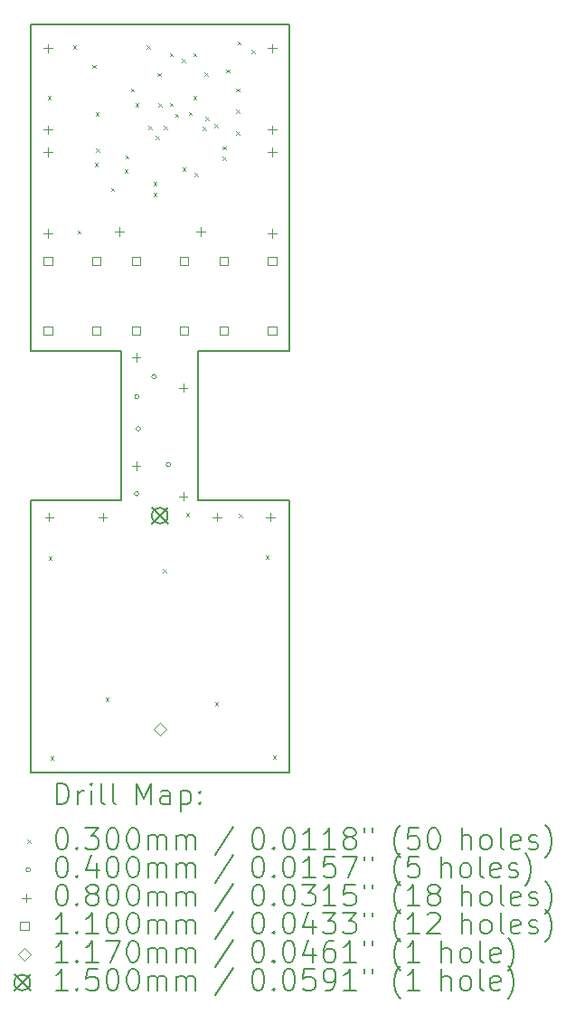
<source format=gbr>
%TF.GenerationSoftware,KiCad,Pcbnew,(7.0.0)*%
%TF.CreationDate,2023-07-04T16:48:48+02:00*%
%TF.ProjectId,attiny85_remote,61747469-6e79-4383-955f-72656d6f7465,rev?*%
%TF.SameCoordinates,Original*%
%TF.FileFunction,Drillmap*%
%TF.FilePolarity,Positive*%
%FSLAX45Y45*%
G04 Gerber Fmt 4.5, Leading zero omitted, Abs format (unit mm)*
G04 Created by KiCad (PCBNEW (7.0.0)) date 2023-07-04 16:48:48*
%MOMM*%
%LPD*%
G01*
G04 APERTURE LIST*
%ADD10C,0.150000*%
%ADD11C,0.200000*%
%ADD12C,0.030000*%
%ADD13C,0.040000*%
%ADD14C,0.080000*%
%ADD15C,0.110000*%
%ADD16C,0.117000*%
G04 APERTURE END LIST*
D10*
X17902500Y-8895000D02*
X18750000Y-8895000D01*
X17902500Y-11442500D02*
X17902500Y-8895000D01*
X20317500Y-8895000D02*
X20317500Y-11442500D01*
X20317500Y-4642500D02*
X20317500Y-4445000D01*
X17902500Y-4445000D02*
X17902500Y-4642500D01*
X20317500Y-7495000D02*
X20317500Y-4642500D01*
X18750000Y-7495000D02*
X17902500Y-7495000D01*
X19465000Y-7495000D02*
X20317500Y-7495000D01*
X19465000Y-8895000D02*
X19465000Y-7495000D01*
X18750000Y-8895000D02*
X18750000Y-7495000D01*
X20317500Y-4445000D02*
X17902500Y-4445000D01*
X20317500Y-11442500D02*
X17902500Y-11442500D01*
X17902500Y-7495000D02*
X17902500Y-4642500D01*
X19465000Y-8895000D02*
X20317500Y-8895000D01*
D11*
D12*
X18057500Y-5112500D02*
X18087500Y-5142500D01*
X18087500Y-5112500D02*
X18057500Y-5142500D01*
X18067500Y-9425000D02*
X18097500Y-9455000D01*
X18097500Y-9425000D02*
X18067500Y-9455000D01*
X18082500Y-11292500D02*
X18112500Y-11322500D01*
X18112500Y-11292500D02*
X18082500Y-11322500D01*
X18295000Y-4637500D02*
X18325000Y-4667500D01*
X18325000Y-4637500D02*
X18295000Y-4667500D01*
X18337500Y-6370000D02*
X18367500Y-6400000D01*
X18367500Y-6370000D02*
X18337500Y-6400000D01*
X18477500Y-4822500D02*
X18507500Y-4852500D01*
X18507500Y-4822500D02*
X18477500Y-4852500D01*
X18497500Y-5740000D02*
X18527500Y-5770000D01*
X18527500Y-5740000D02*
X18497500Y-5770000D01*
X18505000Y-5267500D02*
X18535000Y-5297500D01*
X18535000Y-5267500D02*
X18505000Y-5297500D01*
X18512500Y-5605000D02*
X18542500Y-5635000D01*
X18542500Y-5605000D02*
X18512500Y-5635000D01*
X18600000Y-10742500D02*
X18630000Y-10772500D01*
X18630000Y-10742500D02*
X18600000Y-10772500D01*
X18650000Y-5972500D02*
X18680000Y-6002500D01*
X18680000Y-5972500D02*
X18650000Y-6002500D01*
X18777500Y-5800000D02*
X18807500Y-5830000D01*
X18807500Y-5800000D02*
X18777500Y-5830000D01*
X18787500Y-5667500D02*
X18817500Y-5697500D01*
X18817500Y-5667500D02*
X18787500Y-5697500D01*
X18835000Y-5040000D02*
X18865000Y-5070000D01*
X18865000Y-5040000D02*
X18835000Y-5070000D01*
X18880000Y-5180000D02*
X18910000Y-5210000D01*
X18910000Y-5180000D02*
X18880000Y-5210000D01*
X18985500Y-4637500D02*
X19015500Y-4667500D01*
X19015500Y-4637500D02*
X18985500Y-4667500D01*
X19002500Y-5392500D02*
X19032500Y-5422500D01*
X19032500Y-5392500D02*
X19002500Y-5422500D01*
X19047500Y-5917500D02*
X19077500Y-5947500D01*
X19077500Y-5917500D02*
X19047500Y-5947500D01*
X19050000Y-6020750D02*
X19080000Y-6050750D01*
X19080000Y-6020750D02*
X19050000Y-6050750D01*
X19067500Y-5487500D02*
X19097500Y-5517500D01*
X19097500Y-5487500D02*
X19067500Y-5517500D01*
X19087500Y-4897500D02*
X19117500Y-4927500D01*
X19117500Y-4897500D02*
X19087500Y-4927500D01*
X19096250Y-5181250D02*
X19126250Y-5211250D01*
X19126250Y-5181250D02*
X19096250Y-5211250D01*
X19137500Y-9542500D02*
X19167500Y-9572500D01*
X19167500Y-9542500D02*
X19137500Y-9572500D01*
X19147500Y-5392500D02*
X19177500Y-5422500D01*
X19177500Y-5392500D02*
X19147500Y-5422500D01*
X19202500Y-4710000D02*
X19232500Y-4740000D01*
X19232500Y-4710000D02*
X19202500Y-4740000D01*
X19202500Y-5175000D02*
X19232500Y-5205000D01*
X19232500Y-5175000D02*
X19202500Y-5205000D01*
X19252500Y-5280000D02*
X19282500Y-5310000D01*
X19282500Y-5280000D02*
X19252500Y-5310000D01*
X19315000Y-4765000D02*
X19345000Y-4795000D01*
X19345000Y-4765000D02*
X19315000Y-4795000D01*
X19320000Y-5782500D02*
X19350000Y-5812500D01*
X19350000Y-5782500D02*
X19320000Y-5812500D01*
X19355000Y-9015000D02*
X19385000Y-9045000D01*
X19385000Y-9015000D02*
X19355000Y-9045000D01*
X19377500Y-5260000D02*
X19407500Y-5290000D01*
X19407500Y-5260000D02*
X19377500Y-5290000D01*
X19422500Y-4710000D02*
X19452500Y-4740000D01*
X19452500Y-4710000D02*
X19422500Y-4740000D01*
X19422500Y-5115000D02*
X19452500Y-5145000D01*
X19452500Y-5115000D02*
X19422500Y-5145000D01*
X19435000Y-5835000D02*
X19465000Y-5865000D01*
X19465000Y-5835000D02*
X19435000Y-5865000D01*
X19510000Y-5402500D02*
X19540000Y-5432500D01*
X19540000Y-5402500D02*
X19510000Y-5432500D01*
X19527500Y-4892500D02*
X19557500Y-4922500D01*
X19557500Y-4892500D02*
X19527500Y-4922500D01*
X19535000Y-5307500D02*
X19565000Y-5337500D01*
X19565000Y-5307500D02*
X19535000Y-5337500D01*
X19620000Y-5375000D02*
X19650000Y-5405000D01*
X19650000Y-5375000D02*
X19620000Y-5405000D01*
X19625000Y-10787500D02*
X19655000Y-10817500D01*
X19655000Y-10787500D02*
X19625000Y-10817500D01*
X19697500Y-5582500D02*
X19727500Y-5612500D01*
X19727500Y-5582500D02*
X19697500Y-5612500D01*
X19697500Y-5682500D02*
X19727500Y-5712500D01*
X19727500Y-5682500D02*
X19697500Y-5712500D01*
X19730000Y-4865000D02*
X19760000Y-4895000D01*
X19760000Y-4865000D02*
X19730000Y-4895000D01*
X19825000Y-5040000D02*
X19855000Y-5070000D01*
X19855000Y-5040000D02*
X19825000Y-5070000D01*
X19825000Y-5240000D02*
X19855000Y-5270000D01*
X19855000Y-5240000D02*
X19825000Y-5270000D01*
X19825000Y-5442500D02*
X19855000Y-5472500D01*
X19855000Y-5442500D02*
X19825000Y-5472500D01*
X19835000Y-4602500D02*
X19865000Y-4632500D01*
X19865000Y-4602500D02*
X19835000Y-4632500D01*
X19850000Y-9022500D02*
X19880000Y-9052500D01*
X19880000Y-9022500D02*
X19850000Y-9052500D01*
X19967500Y-4680000D02*
X19997500Y-4710000D01*
X19997500Y-4680000D02*
X19967500Y-4710000D01*
X20100000Y-9412500D02*
X20130000Y-9442500D01*
X20130000Y-9412500D02*
X20100000Y-9442500D01*
X20165000Y-11287500D02*
X20195000Y-11317500D01*
X20195000Y-11287500D02*
X20165000Y-11317500D01*
D13*
X18910000Y-8835000D02*
G75*
G03*
X18910000Y-8835000I-20000J0D01*
G01*
X18912500Y-7927500D02*
G75*
G03*
X18912500Y-7927500I-20000J0D01*
G01*
X18927500Y-8227500D02*
G75*
G03*
X18927500Y-8227500I-20000J0D01*
G01*
X19072500Y-7737500D02*
G75*
G03*
X19072500Y-7737500I-20000J0D01*
G01*
X19207500Y-8560000D02*
G75*
G03*
X19207500Y-8560000I-20000J0D01*
G01*
D14*
X18060000Y-4625500D02*
X18060000Y-4705500D01*
X18020000Y-4665500D02*
X18100000Y-4665500D01*
X18060000Y-5387500D02*
X18060000Y-5467500D01*
X18020000Y-5427500D02*
X18100000Y-5427500D01*
X18060000Y-5597500D02*
X18060000Y-5677500D01*
X18020000Y-5637500D02*
X18100000Y-5637500D01*
X18060000Y-6359500D02*
X18060000Y-6439500D01*
X18020000Y-6399500D02*
X18100000Y-6399500D01*
X18072500Y-9012500D02*
X18072500Y-9092500D01*
X18032500Y-9052500D02*
X18112500Y-9052500D01*
X18572500Y-9012500D02*
X18572500Y-9092500D01*
X18532500Y-9052500D02*
X18612500Y-9052500D01*
X18730000Y-6340000D02*
X18730000Y-6420000D01*
X18690000Y-6380000D02*
X18770000Y-6380000D01*
X18887500Y-7520000D02*
X18887500Y-7600000D01*
X18847500Y-7560000D02*
X18927500Y-7560000D01*
X18887500Y-8536000D02*
X18887500Y-8616000D01*
X18847500Y-8576000D02*
X18927500Y-8576000D01*
X19327500Y-7804000D02*
X19327500Y-7884000D01*
X19287500Y-7844000D02*
X19367500Y-7844000D01*
X19327500Y-8820000D02*
X19327500Y-8900000D01*
X19287500Y-8860000D02*
X19367500Y-8860000D01*
X19492000Y-6340000D02*
X19492000Y-6420000D01*
X19452000Y-6380000D02*
X19532000Y-6380000D01*
X19642500Y-9012500D02*
X19642500Y-9092500D01*
X19602500Y-9052500D02*
X19682500Y-9052500D01*
X20142500Y-9012500D02*
X20142500Y-9092500D01*
X20102500Y-9052500D02*
X20182500Y-9052500D01*
X20160000Y-4625500D02*
X20160000Y-4705500D01*
X20120000Y-4665500D02*
X20200000Y-4665500D01*
X20160000Y-5387500D02*
X20160000Y-5467500D01*
X20120000Y-5427500D02*
X20200000Y-5427500D01*
X20160000Y-5597500D02*
X20160000Y-5677500D01*
X20120000Y-5637500D02*
X20200000Y-5637500D01*
X20160000Y-6359500D02*
X20160000Y-6439500D01*
X20120000Y-6399500D02*
X20200000Y-6399500D01*
D15*
X18098891Y-6693891D02*
X18098891Y-6616109D01*
X18021109Y-6616109D01*
X18021109Y-6693891D01*
X18098891Y-6693891D01*
X18098891Y-7343891D02*
X18098891Y-7266109D01*
X18021109Y-7266109D01*
X18021109Y-7343891D01*
X18098891Y-7343891D01*
X18548891Y-6693891D02*
X18548891Y-6616109D01*
X18471109Y-6616109D01*
X18471109Y-6693891D01*
X18548891Y-6693891D01*
X18548891Y-7343891D02*
X18548891Y-7266109D01*
X18471109Y-7266109D01*
X18471109Y-7343891D01*
X18548891Y-7343891D01*
X18923891Y-6693891D02*
X18923891Y-6616109D01*
X18846109Y-6616109D01*
X18846109Y-6693891D01*
X18923891Y-6693891D01*
X18923891Y-7343891D02*
X18923891Y-7266109D01*
X18846109Y-7266109D01*
X18846109Y-7343891D01*
X18923891Y-7343891D01*
X19373891Y-6693891D02*
X19373891Y-6616109D01*
X19296109Y-6616109D01*
X19296109Y-6693891D01*
X19373891Y-6693891D01*
X19373891Y-7343891D02*
X19373891Y-7266109D01*
X19296109Y-7266109D01*
X19296109Y-7343891D01*
X19373891Y-7343891D01*
X19748891Y-6693891D02*
X19748891Y-6616109D01*
X19671109Y-6616109D01*
X19671109Y-6693891D01*
X19748891Y-6693891D01*
X19748891Y-7343891D02*
X19748891Y-7266109D01*
X19671109Y-7266109D01*
X19671109Y-7343891D01*
X19748891Y-7343891D01*
X20198891Y-6693891D02*
X20198891Y-6616109D01*
X20121109Y-6616109D01*
X20121109Y-6693891D01*
X20198891Y-6693891D01*
X20198891Y-7343891D02*
X20198891Y-7266109D01*
X20121109Y-7266109D01*
X20121109Y-7343891D01*
X20198891Y-7343891D01*
D16*
X19107500Y-11098500D02*
X19166000Y-11040000D01*
X19107500Y-10981500D01*
X19049000Y-11040000D01*
X19107500Y-11098500D01*
D10*
X19032500Y-8965000D02*
X19182500Y-9115000D01*
X19182500Y-8965000D02*
X19032500Y-9115000D01*
X19182500Y-9040000D02*
G75*
G03*
X19182500Y-9040000I-75000J0D01*
G01*
D11*
X18142619Y-11743476D02*
X18142619Y-11543476D01*
X18142619Y-11543476D02*
X18190238Y-11543476D01*
X18190238Y-11543476D02*
X18218810Y-11553000D01*
X18218810Y-11553000D02*
X18237857Y-11572048D01*
X18237857Y-11572048D02*
X18247381Y-11591095D01*
X18247381Y-11591095D02*
X18256905Y-11629190D01*
X18256905Y-11629190D02*
X18256905Y-11657762D01*
X18256905Y-11657762D02*
X18247381Y-11695857D01*
X18247381Y-11695857D02*
X18237857Y-11714905D01*
X18237857Y-11714905D02*
X18218810Y-11733952D01*
X18218810Y-11733952D02*
X18190238Y-11743476D01*
X18190238Y-11743476D02*
X18142619Y-11743476D01*
X18342619Y-11743476D02*
X18342619Y-11610143D01*
X18342619Y-11648238D02*
X18352143Y-11629190D01*
X18352143Y-11629190D02*
X18361667Y-11619667D01*
X18361667Y-11619667D02*
X18380714Y-11610143D01*
X18380714Y-11610143D02*
X18399762Y-11610143D01*
X18466429Y-11743476D02*
X18466429Y-11610143D01*
X18466429Y-11543476D02*
X18456905Y-11553000D01*
X18456905Y-11553000D02*
X18466429Y-11562524D01*
X18466429Y-11562524D02*
X18475952Y-11553000D01*
X18475952Y-11553000D02*
X18466429Y-11543476D01*
X18466429Y-11543476D02*
X18466429Y-11562524D01*
X18590238Y-11743476D02*
X18571190Y-11733952D01*
X18571190Y-11733952D02*
X18561667Y-11714905D01*
X18561667Y-11714905D02*
X18561667Y-11543476D01*
X18695000Y-11743476D02*
X18675952Y-11733952D01*
X18675952Y-11733952D02*
X18666429Y-11714905D01*
X18666429Y-11714905D02*
X18666429Y-11543476D01*
X18891190Y-11743476D02*
X18891190Y-11543476D01*
X18891190Y-11543476D02*
X18957857Y-11686333D01*
X18957857Y-11686333D02*
X19024524Y-11543476D01*
X19024524Y-11543476D02*
X19024524Y-11743476D01*
X19205476Y-11743476D02*
X19205476Y-11638714D01*
X19205476Y-11638714D02*
X19195952Y-11619667D01*
X19195952Y-11619667D02*
X19176905Y-11610143D01*
X19176905Y-11610143D02*
X19138809Y-11610143D01*
X19138809Y-11610143D02*
X19119762Y-11619667D01*
X19205476Y-11733952D02*
X19186429Y-11743476D01*
X19186429Y-11743476D02*
X19138809Y-11743476D01*
X19138809Y-11743476D02*
X19119762Y-11733952D01*
X19119762Y-11733952D02*
X19110238Y-11714905D01*
X19110238Y-11714905D02*
X19110238Y-11695857D01*
X19110238Y-11695857D02*
X19119762Y-11676809D01*
X19119762Y-11676809D02*
X19138809Y-11667286D01*
X19138809Y-11667286D02*
X19186429Y-11667286D01*
X19186429Y-11667286D02*
X19205476Y-11657762D01*
X19300714Y-11610143D02*
X19300714Y-11810143D01*
X19300714Y-11619667D02*
X19319762Y-11610143D01*
X19319762Y-11610143D02*
X19357857Y-11610143D01*
X19357857Y-11610143D02*
X19376905Y-11619667D01*
X19376905Y-11619667D02*
X19386429Y-11629190D01*
X19386429Y-11629190D02*
X19395952Y-11648238D01*
X19395952Y-11648238D02*
X19395952Y-11705381D01*
X19395952Y-11705381D02*
X19386429Y-11724428D01*
X19386429Y-11724428D02*
X19376905Y-11733952D01*
X19376905Y-11733952D02*
X19357857Y-11743476D01*
X19357857Y-11743476D02*
X19319762Y-11743476D01*
X19319762Y-11743476D02*
X19300714Y-11733952D01*
X19481667Y-11724428D02*
X19491190Y-11733952D01*
X19491190Y-11733952D02*
X19481667Y-11743476D01*
X19481667Y-11743476D02*
X19472143Y-11733952D01*
X19472143Y-11733952D02*
X19481667Y-11724428D01*
X19481667Y-11724428D02*
X19481667Y-11743476D01*
X19481667Y-11619667D02*
X19491190Y-11629190D01*
X19491190Y-11629190D02*
X19481667Y-11638714D01*
X19481667Y-11638714D02*
X19472143Y-11629190D01*
X19472143Y-11629190D02*
X19481667Y-11619667D01*
X19481667Y-11619667D02*
X19481667Y-11638714D01*
D12*
X17865000Y-12075000D02*
X17895000Y-12105000D01*
X17895000Y-12075000D02*
X17865000Y-12105000D01*
D11*
X18180714Y-11963476D02*
X18199762Y-11963476D01*
X18199762Y-11963476D02*
X18218810Y-11973000D01*
X18218810Y-11973000D02*
X18228333Y-11982524D01*
X18228333Y-11982524D02*
X18237857Y-12001571D01*
X18237857Y-12001571D02*
X18247381Y-12039667D01*
X18247381Y-12039667D02*
X18247381Y-12087286D01*
X18247381Y-12087286D02*
X18237857Y-12125381D01*
X18237857Y-12125381D02*
X18228333Y-12144428D01*
X18228333Y-12144428D02*
X18218810Y-12153952D01*
X18218810Y-12153952D02*
X18199762Y-12163476D01*
X18199762Y-12163476D02*
X18180714Y-12163476D01*
X18180714Y-12163476D02*
X18161667Y-12153952D01*
X18161667Y-12153952D02*
X18152143Y-12144428D01*
X18152143Y-12144428D02*
X18142619Y-12125381D01*
X18142619Y-12125381D02*
X18133095Y-12087286D01*
X18133095Y-12087286D02*
X18133095Y-12039667D01*
X18133095Y-12039667D02*
X18142619Y-12001571D01*
X18142619Y-12001571D02*
X18152143Y-11982524D01*
X18152143Y-11982524D02*
X18161667Y-11973000D01*
X18161667Y-11973000D02*
X18180714Y-11963476D01*
X18333095Y-12144428D02*
X18342619Y-12153952D01*
X18342619Y-12153952D02*
X18333095Y-12163476D01*
X18333095Y-12163476D02*
X18323571Y-12153952D01*
X18323571Y-12153952D02*
X18333095Y-12144428D01*
X18333095Y-12144428D02*
X18333095Y-12163476D01*
X18409286Y-11963476D02*
X18533095Y-11963476D01*
X18533095Y-11963476D02*
X18466429Y-12039667D01*
X18466429Y-12039667D02*
X18495000Y-12039667D01*
X18495000Y-12039667D02*
X18514048Y-12049190D01*
X18514048Y-12049190D02*
X18523571Y-12058714D01*
X18523571Y-12058714D02*
X18533095Y-12077762D01*
X18533095Y-12077762D02*
X18533095Y-12125381D01*
X18533095Y-12125381D02*
X18523571Y-12144428D01*
X18523571Y-12144428D02*
X18514048Y-12153952D01*
X18514048Y-12153952D02*
X18495000Y-12163476D01*
X18495000Y-12163476D02*
X18437857Y-12163476D01*
X18437857Y-12163476D02*
X18418810Y-12153952D01*
X18418810Y-12153952D02*
X18409286Y-12144428D01*
X18656905Y-11963476D02*
X18675952Y-11963476D01*
X18675952Y-11963476D02*
X18695000Y-11973000D01*
X18695000Y-11973000D02*
X18704524Y-11982524D01*
X18704524Y-11982524D02*
X18714048Y-12001571D01*
X18714048Y-12001571D02*
X18723571Y-12039667D01*
X18723571Y-12039667D02*
X18723571Y-12087286D01*
X18723571Y-12087286D02*
X18714048Y-12125381D01*
X18714048Y-12125381D02*
X18704524Y-12144428D01*
X18704524Y-12144428D02*
X18695000Y-12153952D01*
X18695000Y-12153952D02*
X18675952Y-12163476D01*
X18675952Y-12163476D02*
X18656905Y-12163476D01*
X18656905Y-12163476D02*
X18637857Y-12153952D01*
X18637857Y-12153952D02*
X18628333Y-12144428D01*
X18628333Y-12144428D02*
X18618810Y-12125381D01*
X18618810Y-12125381D02*
X18609286Y-12087286D01*
X18609286Y-12087286D02*
X18609286Y-12039667D01*
X18609286Y-12039667D02*
X18618810Y-12001571D01*
X18618810Y-12001571D02*
X18628333Y-11982524D01*
X18628333Y-11982524D02*
X18637857Y-11973000D01*
X18637857Y-11973000D02*
X18656905Y-11963476D01*
X18847381Y-11963476D02*
X18866429Y-11963476D01*
X18866429Y-11963476D02*
X18885476Y-11973000D01*
X18885476Y-11973000D02*
X18895000Y-11982524D01*
X18895000Y-11982524D02*
X18904524Y-12001571D01*
X18904524Y-12001571D02*
X18914048Y-12039667D01*
X18914048Y-12039667D02*
X18914048Y-12087286D01*
X18914048Y-12087286D02*
X18904524Y-12125381D01*
X18904524Y-12125381D02*
X18895000Y-12144428D01*
X18895000Y-12144428D02*
X18885476Y-12153952D01*
X18885476Y-12153952D02*
X18866429Y-12163476D01*
X18866429Y-12163476D02*
X18847381Y-12163476D01*
X18847381Y-12163476D02*
X18828333Y-12153952D01*
X18828333Y-12153952D02*
X18818810Y-12144428D01*
X18818810Y-12144428D02*
X18809286Y-12125381D01*
X18809286Y-12125381D02*
X18799762Y-12087286D01*
X18799762Y-12087286D02*
X18799762Y-12039667D01*
X18799762Y-12039667D02*
X18809286Y-12001571D01*
X18809286Y-12001571D02*
X18818810Y-11982524D01*
X18818810Y-11982524D02*
X18828333Y-11973000D01*
X18828333Y-11973000D02*
X18847381Y-11963476D01*
X18999762Y-12163476D02*
X18999762Y-12030143D01*
X18999762Y-12049190D02*
X19009286Y-12039667D01*
X19009286Y-12039667D02*
X19028333Y-12030143D01*
X19028333Y-12030143D02*
X19056905Y-12030143D01*
X19056905Y-12030143D02*
X19075952Y-12039667D01*
X19075952Y-12039667D02*
X19085476Y-12058714D01*
X19085476Y-12058714D02*
X19085476Y-12163476D01*
X19085476Y-12058714D02*
X19095000Y-12039667D01*
X19095000Y-12039667D02*
X19114048Y-12030143D01*
X19114048Y-12030143D02*
X19142619Y-12030143D01*
X19142619Y-12030143D02*
X19161667Y-12039667D01*
X19161667Y-12039667D02*
X19171191Y-12058714D01*
X19171191Y-12058714D02*
X19171191Y-12163476D01*
X19266429Y-12163476D02*
X19266429Y-12030143D01*
X19266429Y-12049190D02*
X19275952Y-12039667D01*
X19275952Y-12039667D02*
X19295000Y-12030143D01*
X19295000Y-12030143D02*
X19323572Y-12030143D01*
X19323572Y-12030143D02*
X19342619Y-12039667D01*
X19342619Y-12039667D02*
X19352143Y-12058714D01*
X19352143Y-12058714D02*
X19352143Y-12163476D01*
X19352143Y-12058714D02*
X19361667Y-12039667D01*
X19361667Y-12039667D02*
X19380714Y-12030143D01*
X19380714Y-12030143D02*
X19409286Y-12030143D01*
X19409286Y-12030143D02*
X19428333Y-12039667D01*
X19428333Y-12039667D02*
X19437857Y-12058714D01*
X19437857Y-12058714D02*
X19437857Y-12163476D01*
X19795952Y-11953952D02*
X19624524Y-12211095D01*
X20020714Y-11963476D02*
X20039762Y-11963476D01*
X20039762Y-11963476D02*
X20058810Y-11973000D01*
X20058810Y-11973000D02*
X20068333Y-11982524D01*
X20068333Y-11982524D02*
X20077857Y-12001571D01*
X20077857Y-12001571D02*
X20087381Y-12039667D01*
X20087381Y-12039667D02*
X20087381Y-12087286D01*
X20087381Y-12087286D02*
X20077857Y-12125381D01*
X20077857Y-12125381D02*
X20068333Y-12144428D01*
X20068333Y-12144428D02*
X20058810Y-12153952D01*
X20058810Y-12153952D02*
X20039762Y-12163476D01*
X20039762Y-12163476D02*
X20020714Y-12163476D01*
X20020714Y-12163476D02*
X20001667Y-12153952D01*
X20001667Y-12153952D02*
X19992143Y-12144428D01*
X19992143Y-12144428D02*
X19982619Y-12125381D01*
X19982619Y-12125381D02*
X19973095Y-12087286D01*
X19973095Y-12087286D02*
X19973095Y-12039667D01*
X19973095Y-12039667D02*
X19982619Y-12001571D01*
X19982619Y-12001571D02*
X19992143Y-11982524D01*
X19992143Y-11982524D02*
X20001667Y-11973000D01*
X20001667Y-11973000D02*
X20020714Y-11963476D01*
X20173095Y-12144428D02*
X20182619Y-12153952D01*
X20182619Y-12153952D02*
X20173095Y-12163476D01*
X20173095Y-12163476D02*
X20163572Y-12153952D01*
X20163572Y-12153952D02*
X20173095Y-12144428D01*
X20173095Y-12144428D02*
X20173095Y-12163476D01*
X20306429Y-11963476D02*
X20325476Y-11963476D01*
X20325476Y-11963476D02*
X20344524Y-11973000D01*
X20344524Y-11973000D02*
X20354048Y-11982524D01*
X20354048Y-11982524D02*
X20363572Y-12001571D01*
X20363572Y-12001571D02*
X20373095Y-12039667D01*
X20373095Y-12039667D02*
X20373095Y-12087286D01*
X20373095Y-12087286D02*
X20363572Y-12125381D01*
X20363572Y-12125381D02*
X20354048Y-12144428D01*
X20354048Y-12144428D02*
X20344524Y-12153952D01*
X20344524Y-12153952D02*
X20325476Y-12163476D01*
X20325476Y-12163476D02*
X20306429Y-12163476D01*
X20306429Y-12163476D02*
X20287381Y-12153952D01*
X20287381Y-12153952D02*
X20277857Y-12144428D01*
X20277857Y-12144428D02*
X20268333Y-12125381D01*
X20268333Y-12125381D02*
X20258810Y-12087286D01*
X20258810Y-12087286D02*
X20258810Y-12039667D01*
X20258810Y-12039667D02*
X20268333Y-12001571D01*
X20268333Y-12001571D02*
X20277857Y-11982524D01*
X20277857Y-11982524D02*
X20287381Y-11973000D01*
X20287381Y-11973000D02*
X20306429Y-11963476D01*
X20563572Y-12163476D02*
X20449286Y-12163476D01*
X20506429Y-12163476D02*
X20506429Y-11963476D01*
X20506429Y-11963476D02*
X20487381Y-11992048D01*
X20487381Y-11992048D02*
X20468333Y-12011095D01*
X20468333Y-12011095D02*
X20449286Y-12020619D01*
X20754048Y-12163476D02*
X20639762Y-12163476D01*
X20696905Y-12163476D02*
X20696905Y-11963476D01*
X20696905Y-11963476D02*
X20677857Y-11992048D01*
X20677857Y-11992048D02*
X20658810Y-12011095D01*
X20658810Y-12011095D02*
X20639762Y-12020619D01*
X20868333Y-12049190D02*
X20849286Y-12039667D01*
X20849286Y-12039667D02*
X20839762Y-12030143D01*
X20839762Y-12030143D02*
X20830238Y-12011095D01*
X20830238Y-12011095D02*
X20830238Y-12001571D01*
X20830238Y-12001571D02*
X20839762Y-11982524D01*
X20839762Y-11982524D02*
X20849286Y-11973000D01*
X20849286Y-11973000D02*
X20868333Y-11963476D01*
X20868333Y-11963476D02*
X20906429Y-11963476D01*
X20906429Y-11963476D02*
X20925476Y-11973000D01*
X20925476Y-11973000D02*
X20935000Y-11982524D01*
X20935000Y-11982524D02*
X20944524Y-12001571D01*
X20944524Y-12001571D02*
X20944524Y-12011095D01*
X20944524Y-12011095D02*
X20935000Y-12030143D01*
X20935000Y-12030143D02*
X20925476Y-12039667D01*
X20925476Y-12039667D02*
X20906429Y-12049190D01*
X20906429Y-12049190D02*
X20868333Y-12049190D01*
X20868333Y-12049190D02*
X20849286Y-12058714D01*
X20849286Y-12058714D02*
X20839762Y-12068238D01*
X20839762Y-12068238D02*
X20830238Y-12087286D01*
X20830238Y-12087286D02*
X20830238Y-12125381D01*
X20830238Y-12125381D02*
X20839762Y-12144428D01*
X20839762Y-12144428D02*
X20849286Y-12153952D01*
X20849286Y-12153952D02*
X20868333Y-12163476D01*
X20868333Y-12163476D02*
X20906429Y-12163476D01*
X20906429Y-12163476D02*
X20925476Y-12153952D01*
X20925476Y-12153952D02*
X20935000Y-12144428D01*
X20935000Y-12144428D02*
X20944524Y-12125381D01*
X20944524Y-12125381D02*
X20944524Y-12087286D01*
X20944524Y-12087286D02*
X20935000Y-12068238D01*
X20935000Y-12068238D02*
X20925476Y-12058714D01*
X20925476Y-12058714D02*
X20906429Y-12049190D01*
X21020714Y-11963476D02*
X21020714Y-12001571D01*
X21096905Y-11963476D02*
X21096905Y-12001571D01*
X21359762Y-12239667D02*
X21350238Y-12230143D01*
X21350238Y-12230143D02*
X21331191Y-12201571D01*
X21331191Y-12201571D02*
X21321667Y-12182524D01*
X21321667Y-12182524D02*
X21312143Y-12153952D01*
X21312143Y-12153952D02*
X21302619Y-12106333D01*
X21302619Y-12106333D02*
X21302619Y-12068238D01*
X21302619Y-12068238D02*
X21312143Y-12020619D01*
X21312143Y-12020619D02*
X21321667Y-11992048D01*
X21321667Y-11992048D02*
X21331191Y-11973000D01*
X21331191Y-11973000D02*
X21350238Y-11944428D01*
X21350238Y-11944428D02*
X21359762Y-11934905D01*
X21531191Y-11963476D02*
X21435953Y-11963476D01*
X21435953Y-11963476D02*
X21426429Y-12058714D01*
X21426429Y-12058714D02*
X21435953Y-12049190D01*
X21435953Y-12049190D02*
X21455000Y-12039667D01*
X21455000Y-12039667D02*
X21502619Y-12039667D01*
X21502619Y-12039667D02*
X21521667Y-12049190D01*
X21521667Y-12049190D02*
X21531191Y-12058714D01*
X21531191Y-12058714D02*
X21540714Y-12077762D01*
X21540714Y-12077762D02*
X21540714Y-12125381D01*
X21540714Y-12125381D02*
X21531191Y-12144428D01*
X21531191Y-12144428D02*
X21521667Y-12153952D01*
X21521667Y-12153952D02*
X21502619Y-12163476D01*
X21502619Y-12163476D02*
X21455000Y-12163476D01*
X21455000Y-12163476D02*
X21435953Y-12153952D01*
X21435953Y-12153952D02*
X21426429Y-12144428D01*
X21664524Y-11963476D02*
X21683572Y-11963476D01*
X21683572Y-11963476D02*
X21702619Y-11973000D01*
X21702619Y-11973000D02*
X21712143Y-11982524D01*
X21712143Y-11982524D02*
X21721667Y-12001571D01*
X21721667Y-12001571D02*
X21731191Y-12039667D01*
X21731191Y-12039667D02*
X21731191Y-12087286D01*
X21731191Y-12087286D02*
X21721667Y-12125381D01*
X21721667Y-12125381D02*
X21712143Y-12144428D01*
X21712143Y-12144428D02*
X21702619Y-12153952D01*
X21702619Y-12153952D02*
X21683572Y-12163476D01*
X21683572Y-12163476D02*
X21664524Y-12163476D01*
X21664524Y-12163476D02*
X21645476Y-12153952D01*
X21645476Y-12153952D02*
X21635953Y-12144428D01*
X21635953Y-12144428D02*
X21626429Y-12125381D01*
X21626429Y-12125381D02*
X21616905Y-12087286D01*
X21616905Y-12087286D02*
X21616905Y-12039667D01*
X21616905Y-12039667D02*
X21626429Y-12001571D01*
X21626429Y-12001571D02*
X21635953Y-11982524D01*
X21635953Y-11982524D02*
X21645476Y-11973000D01*
X21645476Y-11973000D02*
X21664524Y-11963476D01*
X21936905Y-12163476D02*
X21936905Y-11963476D01*
X22022619Y-12163476D02*
X22022619Y-12058714D01*
X22022619Y-12058714D02*
X22013095Y-12039667D01*
X22013095Y-12039667D02*
X21994048Y-12030143D01*
X21994048Y-12030143D02*
X21965476Y-12030143D01*
X21965476Y-12030143D02*
X21946429Y-12039667D01*
X21946429Y-12039667D02*
X21936905Y-12049190D01*
X22146429Y-12163476D02*
X22127381Y-12153952D01*
X22127381Y-12153952D02*
X22117857Y-12144428D01*
X22117857Y-12144428D02*
X22108334Y-12125381D01*
X22108334Y-12125381D02*
X22108334Y-12068238D01*
X22108334Y-12068238D02*
X22117857Y-12049190D01*
X22117857Y-12049190D02*
X22127381Y-12039667D01*
X22127381Y-12039667D02*
X22146429Y-12030143D01*
X22146429Y-12030143D02*
X22175000Y-12030143D01*
X22175000Y-12030143D02*
X22194048Y-12039667D01*
X22194048Y-12039667D02*
X22203572Y-12049190D01*
X22203572Y-12049190D02*
X22213095Y-12068238D01*
X22213095Y-12068238D02*
X22213095Y-12125381D01*
X22213095Y-12125381D02*
X22203572Y-12144428D01*
X22203572Y-12144428D02*
X22194048Y-12153952D01*
X22194048Y-12153952D02*
X22175000Y-12163476D01*
X22175000Y-12163476D02*
X22146429Y-12163476D01*
X22327381Y-12163476D02*
X22308334Y-12153952D01*
X22308334Y-12153952D02*
X22298810Y-12134905D01*
X22298810Y-12134905D02*
X22298810Y-11963476D01*
X22479762Y-12153952D02*
X22460714Y-12163476D01*
X22460714Y-12163476D02*
X22422619Y-12163476D01*
X22422619Y-12163476D02*
X22403572Y-12153952D01*
X22403572Y-12153952D02*
X22394048Y-12134905D01*
X22394048Y-12134905D02*
X22394048Y-12058714D01*
X22394048Y-12058714D02*
X22403572Y-12039667D01*
X22403572Y-12039667D02*
X22422619Y-12030143D01*
X22422619Y-12030143D02*
X22460714Y-12030143D01*
X22460714Y-12030143D02*
X22479762Y-12039667D01*
X22479762Y-12039667D02*
X22489286Y-12058714D01*
X22489286Y-12058714D02*
X22489286Y-12077762D01*
X22489286Y-12077762D02*
X22394048Y-12096809D01*
X22565476Y-12153952D02*
X22584524Y-12163476D01*
X22584524Y-12163476D02*
X22622619Y-12163476D01*
X22622619Y-12163476D02*
X22641667Y-12153952D01*
X22641667Y-12153952D02*
X22651191Y-12134905D01*
X22651191Y-12134905D02*
X22651191Y-12125381D01*
X22651191Y-12125381D02*
X22641667Y-12106333D01*
X22641667Y-12106333D02*
X22622619Y-12096809D01*
X22622619Y-12096809D02*
X22594048Y-12096809D01*
X22594048Y-12096809D02*
X22575000Y-12087286D01*
X22575000Y-12087286D02*
X22565476Y-12068238D01*
X22565476Y-12068238D02*
X22565476Y-12058714D01*
X22565476Y-12058714D02*
X22575000Y-12039667D01*
X22575000Y-12039667D02*
X22594048Y-12030143D01*
X22594048Y-12030143D02*
X22622619Y-12030143D01*
X22622619Y-12030143D02*
X22641667Y-12039667D01*
X22717857Y-12239667D02*
X22727381Y-12230143D01*
X22727381Y-12230143D02*
X22746429Y-12201571D01*
X22746429Y-12201571D02*
X22755953Y-12182524D01*
X22755953Y-12182524D02*
X22765476Y-12153952D01*
X22765476Y-12153952D02*
X22775000Y-12106333D01*
X22775000Y-12106333D02*
X22775000Y-12068238D01*
X22775000Y-12068238D02*
X22765476Y-12020619D01*
X22765476Y-12020619D02*
X22755953Y-11992048D01*
X22755953Y-11992048D02*
X22746429Y-11973000D01*
X22746429Y-11973000D02*
X22727381Y-11944428D01*
X22727381Y-11944428D02*
X22717857Y-11934905D01*
D13*
X17895000Y-12354000D02*
G75*
G03*
X17895000Y-12354000I-20000J0D01*
G01*
D11*
X18180714Y-12227476D02*
X18199762Y-12227476D01*
X18199762Y-12227476D02*
X18218810Y-12237000D01*
X18218810Y-12237000D02*
X18228333Y-12246524D01*
X18228333Y-12246524D02*
X18237857Y-12265571D01*
X18237857Y-12265571D02*
X18247381Y-12303667D01*
X18247381Y-12303667D02*
X18247381Y-12351286D01*
X18247381Y-12351286D02*
X18237857Y-12389381D01*
X18237857Y-12389381D02*
X18228333Y-12408428D01*
X18228333Y-12408428D02*
X18218810Y-12417952D01*
X18218810Y-12417952D02*
X18199762Y-12427476D01*
X18199762Y-12427476D02*
X18180714Y-12427476D01*
X18180714Y-12427476D02*
X18161667Y-12417952D01*
X18161667Y-12417952D02*
X18152143Y-12408428D01*
X18152143Y-12408428D02*
X18142619Y-12389381D01*
X18142619Y-12389381D02*
X18133095Y-12351286D01*
X18133095Y-12351286D02*
X18133095Y-12303667D01*
X18133095Y-12303667D02*
X18142619Y-12265571D01*
X18142619Y-12265571D02*
X18152143Y-12246524D01*
X18152143Y-12246524D02*
X18161667Y-12237000D01*
X18161667Y-12237000D02*
X18180714Y-12227476D01*
X18333095Y-12408428D02*
X18342619Y-12417952D01*
X18342619Y-12417952D02*
X18333095Y-12427476D01*
X18333095Y-12427476D02*
X18323571Y-12417952D01*
X18323571Y-12417952D02*
X18333095Y-12408428D01*
X18333095Y-12408428D02*
X18333095Y-12427476D01*
X18514048Y-12294143D02*
X18514048Y-12427476D01*
X18466429Y-12217952D02*
X18418810Y-12360809D01*
X18418810Y-12360809D02*
X18542619Y-12360809D01*
X18656905Y-12227476D02*
X18675952Y-12227476D01*
X18675952Y-12227476D02*
X18695000Y-12237000D01*
X18695000Y-12237000D02*
X18704524Y-12246524D01*
X18704524Y-12246524D02*
X18714048Y-12265571D01*
X18714048Y-12265571D02*
X18723571Y-12303667D01*
X18723571Y-12303667D02*
X18723571Y-12351286D01*
X18723571Y-12351286D02*
X18714048Y-12389381D01*
X18714048Y-12389381D02*
X18704524Y-12408428D01*
X18704524Y-12408428D02*
X18695000Y-12417952D01*
X18695000Y-12417952D02*
X18675952Y-12427476D01*
X18675952Y-12427476D02*
X18656905Y-12427476D01*
X18656905Y-12427476D02*
X18637857Y-12417952D01*
X18637857Y-12417952D02*
X18628333Y-12408428D01*
X18628333Y-12408428D02*
X18618810Y-12389381D01*
X18618810Y-12389381D02*
X18609286Y-12351286D01*
X18609286Y-12351286D02*
X18609286Y-12303667D01*
X18609286Y-12303667D02*
X18618810Y-12265571D01*
X18618810Y-12265571D02*
X18628333Y-12246524D01*
X18628333Y-12246524D02*
X18637857Y-12237000D01*
X18637857Y-12237000D02*
X18656905Y-12227476D01*
X18847381Y-12227476D02*
X18866429Y-12227476D01*
X18866429Y-12227476D02*
X18885476Y-12237000D01*
X18885476Y-12237000D02*
X18895000Y-12246524D01*
X18895000Y-12246524D02*
X18904524Y-12265571D01*
X18904524Y-12265571D02*
X18914048Y-12303667D01*
X18914048Y-12303667D02*
X18914048Y-12351286D01*
X18914048Y-12351286D02*
X18904524Y-12389381D01*
X18904524Y-12389381D02*
X18895000Y-12408428D01*
X18895000Y-12408428D02*
X18885476Y-12417952D01*
X18885476Y-12417952D02*
X18866429Y-12427476D01*
X18866429Y-12427476D02*
X18847381Y-12427476D01*
X18847381Y-12427476D02*
X18828333Y-12417952D01*
X18828333Y-12417952D02*
X18818810Y-12408428D01*
X18818810Y-12408428D02*
X18809286Y-12389381D01*
X18809286Y-12389381D02*
X18799762Y-12351286D01*
X18799762Y-12351286D02*
X18799762Y-12303667D01*
X18799762Y-12303667D02*
X18809286Y-12265571D01*
X18809286Y-12265571D02*
X18818810Y-12246524D01*
X18818810Y-12246524D02*
X18828333Y-12237000D01*
X18828333Y-12237000D02*
X18847381Y-12227476D01*
X18999762Y-12427476D02*
X18999762Y-12294143D01*
X18999762Y-12313190D02*
X19009286Y-12303667D01*
X19009286Y-12303667D02*
X19028333Y-12294143D01*
X19028333Y-12294143D02*
X19056905Y-12294143D01*
X19056905Y-12294143D02*
X19075952Y-12303667D01*
X19075952Y-12303667D02*
X19085476Y-12322714D01*
X19085476Y-12322714D02*
X19085476Y-12427476D01*
X19085476Y-12322714D02*
X19095000Y-12303667D01*
X19095000Y-12303667D02*
X19114048Y-12294143D01*
X19114048Y-12294143D02*
X19142619Y-12294143D01*
X19142619Y-12294143D02*
X19161667Y-12303667D01*
X19161667Y-12303667D02*
X19171191Y-12322714D01*
X19171191Y-12322714D02*
X19171191Y-12427476D01*
X19266429Y-12427476D02*
X19266429Y-12294143D01*
X19266429Y-12313190D02*
X19275952Y-12303667D01*
X19275952Y-12303667D02*
X19295000Y-12294143D01*
X19295000Y-12294143D02*
X19323572Y-12294143D01*
X19323572Y-12294143D02*
X19342619Y-12303667D01*
X19342619Y-12303667D02*
X19352143Y-12322714D01*
X19352143Y-12322714D02*
X19352143Y-12427476D01*
X19352143Y-12322714D02*
X19361667Y-12303667D01*
X19361667Y-12303667D02*
X19380714Y-12294143D01*
X19380714Y-12294143D02*
X19409286Y-12294143D01*
X19409286Y-12294143D02*
X19428333Y-12303667D01*
X19428333Y-12303667D02*
X19437857Y-12322714D01*
X19437857Y-12322714D02*
X19437857Y-12427476D01*
X19795952Y-12217952D02*
X19624524Y-12475095D01*
X20020714Y-12227476D02*
X20039762Y-12227476D01*
X20039762Y-12227476D02*
X20058810Y-12237000D01*
X20058810Y-12237000D02*
X20068333Y-12246524D01*
X20068333Y-12246524D02*
X20077857Y-12265571D01*
X20077857Y-12265571D02*
X20087381Y-12303667D01*
X20087381Y-12303667D02*
X20087381Y-12351286D01*
X20087381Y-12351286D02*
X20077857Y-12389381D01*
X20077857Y-12389381D02*
X20068333Y-12408428D01*
X20068333Y-12408428D02*
X20058810Y-12417952D01*
X20058810Y-12417952D02*
X20039762Y-12427476D01*
X20039762Y-12427476D02*
X20020714Y-12427476D01*
X20020714Y-12427476D02*
X20001667Y-12417952D01*
X20001667Y-12417952D02*
X19992143Y-12408428D01*
X19992143Y-12408428D02*
X19982619Y-12389381D01*
X19982619Y-12389381D02*
X19973095Y-12351286D01*
X19973095Y-12351286D02*
X19973095Y-12303667D01*
X19973095Y-12303667D02*
X19982619Y-12265571D01*
X19982619Y-12265571D02*
X19992143Y-12246524D01*
X19992143Y-12246524D02*
X20001667Y-12237000D01*
X20001667Y-12237000D02*
X20020714Y-12227476D01*
X20173095Y-12408428D02*
X20182619Y-12417952D01*
X20182619Y-12417952D02*
X20173095Y-12427476D01*
X20173095Y-12427476D02*
X20163572Y-12417952D01*
X20163572Y-12417952D02*
X20173095Y-12408428D01*
X20173095Y-12408428D02*
X20173095Y-12427476D01*
X20306429Y-12227476D02*
X20325476Y-12227476D01*
X20325476Y-12227476D02*
X20344524Y-12237000D01*
X20344524Y-12237000D02*
X20354048Y-12246524D01*
X20354048Y-12246524D02*
X20363572Y-12265571D01*
X20363572Y-12265571D02*
X20373095Y-12303667D01*
X20373095Y-12303667D02*
X20373095Y-12351286D01*
X20373095Y-12351286D02*
X20363572Y-12389381D01*
X20363572Y-12389381D02*
X20354048Y-12408428D01*
X20354048Y-12408428D02*
X20344524Y-12417952D01*
X20344524Y-12417952D02*
X20325476Y-12427476D01*
X20325476Y-12427476D02*
X20306429Y-12427476D01*
X20306429Y-12427476D02*
X20287381Y-12417952D01*
X20287381Y-12417952D02*
X20277857Y-12408428D01*
X20277857Y-12408428D02*
X20268333Y-12389381D01*
X20268333Y-12389381D02*
X20258810Y-12351286D01*
X20258810Y-12351286D02*
X20258810Y-12303667D01*
X20258810Y-12303667D02*
X20268333Y-12265571D01*
X20268333Y-12265571D02*
X20277857Y-12246524D01*
X20277857Y-12246524D02*
X20287381Y-12237000D01*
X20287381Y-12237000D02*
X20306429Y-12227476D01*
X20563572Y-12427476D02*
X20449286Y-12427476D01*
X20506429Y-12427476D02*
X20506429Y-12227476D01*
X20506429Y-12227476D02*
X20487381Y-12256048D01*
X20487381Y-12256048D02*
X20468333Y-12275095D01*
X20468333Y-12275095D02*
X20449286Y-12284619D01*
X20744524Y-12227476D02*
X20649286Y-12227476D01*
X20649286Y-12227476D02*
X20639762Y-12322714D01*
X20639762Y-12322714D02*
X20649286Y-12313190D01*
X20649286Y-12313190D02*
X20668333Y-12303667D01*
X20668333Y-12303667D02*
X20715953Y-12303667D01*
X20715953Y-12303667D02*
X20735000Y-12313190D01*
X20735000Y-12313190D02*
X20744524Y-12322714D01*
X20744524Y-12322714D02*
X20754048Y-12341762D01*
X20754048Y-12341762D02*
X20754048Y-12389381D01*
X20754048Y-12389381D02*
X20744524Y-12408428D01*
X20744524Y-12408428D02*
X20735000Y-12417952D01*
X20735000Y-12417952D02*
X20715953Y-12427476D01*
X20715953Y-12427476D02*
X20668333Y-12427476D01*
X20668333Y-12427476D02*
X20649286Y-12417952D01*
X20649286Y-12417952D02*
X20639762Y-12408428D01*
X20820714Y-12227476D02*
X20954048Y-12227476D01*
X20954048Y-12227476D02*
X20868333Y-12427476D01*
X21020714Y-12227476D02*
X21020714Y-12265571D01*
X21096905Y-12227476D02*
X21096905Y-12265571D01*
X21359762Y-12503667D02*
X21350238Y-12494143D01*
X21350238Y-12494143D02*
X21331191Y-12465571D01*
X21331191Y-12465571D02*
X21321667Y-12446524D01*
X21321667Y-12446524D02*
X21312143Y-12417952D01*
X21312143Y-12417952D02*
X21302619Y-12370333D01*
X21302619Y-12370333D02*
X21302619Y-12332238D01*
X21302619Y-12332238D02*
X21312143Y-12284619D01*
X21312143Y-12284619D02*
X21321667Y-12256048D01*
X21321667Y-12256048D02*
X21331191Y-12237000D01*
X21331191Y-12237000D02*
X21350238Y-12208428D01*
X21350238Y-12208428D02*
X21359762Y-12198905D01*
X21531191Y-12227476D02*
X21435953Y-12227476D01*
X21435953Y-12227476D02*
X21426429Y-12322714D01*
X21426429Y-12322714D02*
X21435953Y-12313190D01*
X21435953Y-12313190D02*
X21455000Y-12303667D01*
X21455000Y-12303667D02*
X21502619Y-12303667D01*
X21502619Y-12303667D02*
X21521667Y-12313190D01*
X21521667Y-12313190D02*
X21531191Y-12322714D01*
X21531191Y-12322714D02*
X21540714Y-12341762D01*
X21540714Y-12341762D02*
X21540714Y-12389381D01*
X21540714Y-12389381D02*
X21531191Y-12408428D01*
X21531191Y-12408428D02*
X21521667Y-12417952D01*
X21521667Y-12417952D02*
X21502619Y-12427476D01*
X21502619Y-12427476D02*
X21455000Y-12427476D01*
X21455000Y-12427476D02*
X21435953Y-12417952D01*
X21435953Y-12417952D02*
X21426429Y-12408428D01*
X21746429Y-12427476D02*
X21746429Y-12227476D01*
X21832143Y-12427476D02*
X21832143Y-12322714D01*
X21832143Y-12322714D02*
X21822619Y-12303667D01*
X21822619Y-12303667D02*
X21803572Y-12294143D01*
X21803572Y-12294143D02*
X21775000Y-12294143D01*
X21775000Y-12294143D02*
X21755953Y-12303667D01*
X21755953Y-12303667D02*
X21746429Y-12313190D01*
X21955953Y-12427476D02*
X21936905Y-12417952D01*
X21936905Y-12417952D02*
X21927381Y-12408428D01*
X21927381Y-12408428D02*
X21917857Y-12389381D01*
X21917857Y-12389381D02*
X21917857Y-12332238D01*
X21917857Y-12332238D02*
X21927381Y-12313190D01*
X21927381Y-12313190D02*
X21936905Y-12303667D01*
X21936905Y-12303667D02*
X21955953Y-12294143D01*
X21955953Y-12294143D02*
X21984524Y-12294143D01*
X21984524Y-12294143D02*
X22003572Y-12303667D01*
X22003572Y-12303667D02*
X22013095Y-12313190D01*
X22013095Y-12313190D02*
X22022619Y-12332238D01*
X22022619Y-12332238D02*
X22022619Y-12389381D01*
X22022619Y-12389381D02*
X22013095Y-12408428D01*
X22013095Y-12408428D02*
X22003572Y-12417952D01*
X22003572Y-12417952D02*
X21984524Y-12427476D01*
X21984524Y-12427476D02*
X21955953Y-12427476D01*
X22136905Y-12427476D02*
X22117857Y-12417952D01*
X22117857Y-12417952D02*
X22108334Y-12398905D01*
X22108334Y-12398905D02*
X22108334Y-12227476D01*
X22289286Y-12417952D02*
X22270238Y-12427476D01*
X22270238Y-12427476D02*
X22232143Y-12427476D01*
X22232143Y-12427476D02*
X22213095Y-12417952D01*
X22213095Y-12417952D02*
X22203572Y-12398905D01*
X22203572Y-12398905D02*
X22203572Y-12322714D01*
X22203572Y-12322714D02*
X22213095Y-12303667D01*
X22213095Y-12303667D02*
X22232143Y-12294143D01*
X22232143Y-12294143D02*
X22270238Y-12294143D01*
X22270238Y-12294143D02*
X22289286Y-12303667D01*
X22289286Y-12303667D02*
X22298810Y-12322714D01*
X22298810Y-12322714D02*
X22298810Y-12341762D01*
X22298810Y-12341762D02*
X22203572Y-12360809D01*
X22375000Y-12417952D02*
X22394048Y-12427476D01*
X22394048Y-12427476D02*
X22432143Y-12427476D01*
X22432143Y-12427476D02*
X22451191Y-12417952D01*
X22451191Y-12417952D02*
X22460714Y-12398905D01*
X22460714Y-12398905D02*
X22460714Y-12389381D01*
X22460714Y-12389381D02*
X22451191Y-12370333D01*
X22451191Y-12370333D02*
X22432143Y-12360809D01*
X22432143Y-12360809D02*
X22403572Y-12360809D01*
X22403572Y-12360809D02*
X22384524Y-12351286D01*
X22384524Y-12351286D02*
X22375000Y-12332238D01*
X22375000Y-12332238D02*
X22375000Y-12322714D01*
X22375000Y-12322714D02*
X22384524Y-12303667D01*
X22384524Y-12303667D02*
X22403572Y-12294143D01*
X22403572Y-12294143D02*
X22432143Y-12294143D01*
X22432143Y-12294143D02*
X22451191Y-12303667D01*
X22527381Y-12503667D02*
X22536905Y-12494143D01*
X22536905Y-12494143D02*
X22555953Y-12465571D01*
X22555953Y-12465571D02*
X22565476Y-12446524D01*
X22565476Y-12446524D02*
X22575000Y-12417952D01*
X22575000Y-12417952D02*
X22584524Y-12370333D01*
X22584524Y-12370333D02*
X22584524Y-12332238D01*
X22584524Y-12332238D02*
X22575000Y-12284619D01*
X22575000Y-12284619D02*
X22565476Y-12256048D01*
X22565476Y-12256048D02*
X22555953Y-12237000D01*
X22555953Y-12237000D02*
X22536905Y-12208428D01*
X22536905Y-12208428D02*
X22527381Y-12198905D01*
D14*
X17855000Y-12578000D02*
X17855000Y-12658000D01*
X17815000Y-12618000D02*
X17895000Y-12618000D01*
D11*
X18180714Y-12491476D02*
X18199762Y-12491476D01*
X18199762Y-12491476D02*
X18218810Y-12501000D01*
X18218810Y-12501000D02*
X18228333Y-12510524D01*
X18228333Y-12510524D02*
X18237857Y-12529571D01*
X18237857Y-12529571D02*
X18247381Y-12567667D01*
X18247381Y-12567667D02*
X18247381Y-12615286D01*
X18247381Y-12615286D02*
X18237857Y-12653381D01*
X18237857Y-12653381D02*
X18228333Y-12672428D01*
X18228333Y-12672428D02*
X18218810Y-12681952D01*
X18218810Y-12681952D02*
X18199762Y-12691476D01*
X18199762Y-12691476D02*
X18180714Y-12691476D01*
X18180714Y-12691476D02*
X18161667Y-12681952D01*
X18161667Y-12681952D02*
X18152143Y-12672428D01*
X18152143Y-12672428D02*
X18142619Y-12653381D01*
X18142619Y-12653381D02*
X18133095Y-12615286D01*
X18133095Y-12615286D02*
X18133095Y-12567667D01*
X18133095Y-12567667D02*
X18142619Y-12529571D01*
X18142619Y-12529571D02*
X18152143Y-12510524D01*
X18152143Y-12510524D02*
X18161667Y-12501000D01*
X18161667Y-12501000D02*
X18180714Y-12491476D01*
X18333095Y-12672428D02*
X18342619Y-12681952D01*
X18342619Y-12681952D02*
X18333095Y-12691476D01*
X18333095Y-12691476D02*
X18323571Y-12681952D01*
X18323571Y-12681952D02*
X18333095Y-12672428D01*
X18333095Y-12672428D02*
X18333095Y-12691476D01*
X18456905Y-12577190D02*
X18437857Y-12567667D01*
X18437857Y-12567667D02*
X18428333Y-12558143D01*
X18428333Y-12558143D02*
X18418810Y-12539095D01*
X18418810Y-12539095D02*
X18418810Y-12529571D01*
X18418810Y-12529571D02*
X18428333Y-12510524D01*
X18428333Y-12510524D02*
X18437857Y-12501000D01*
X18437857Y-12501000D02*
X18456905Y-12491476D01*
X18456905Y-12491476D02*
X18495000Y-12491476D01*
X18495000Y-12491476D02*
X18514048Y-12501000D01*
X18514048Y-12501000D02*
X18523571Y-12510524D01*
X18523571Y-12510524D02*
X18533095Y-12529571D01*
X18533095Y-12529571D02*
X18533095Y-12539095D01*
X18533095Y-12539095D02*
X18523571Y-12558143D01*
X18523571Y-12558143D02*
X18514048Y-12567667D01*
X18514048Y-12567667D02*
X18495000Y-12577190D01*
X18495000Y-12577190D02*
X18456905Y-12577190D01*
X18456905Y-12577190D02*
X18437857Y-12586714D01*
X18437857Y-12586714D02*
X18428333Y-12596238D01*
X18428333Y-12596238D02*
X18418810Y-12615286D01*
X18418810Y-12615286D02*
X18418810Y-12653381D01*
X18418810Y-12653381D02*
X18428333Y-12672428D01*
X18428333Y-12672428D02*
X18437857Y-12681952D01*
X18437857Y-12681952D02*
X18456905Y-12691476D01*
X18456905Y-12691476D02*
X18495000Y-12691476D01*
X18495000Y-12691476D02*
X18514048Y-12681952D01*
X18514048Y-12681952D02*
X18523571Y-12672428D01*
X18523571Y-12672428D02*
X18533095Y-12653381D01*
X18533095Y-12653381D02*
X18533095Y-12615286D01*
X18533095Y-12615286D02*
X18523571Y-12596238D01*
X18523571Y-12596238D02*
X18514048Y-12586714D01*
X18514048Y-12586714D02*
X18495000Y-12577190D01*
X18656905Y-12491476D02*
X18675952Y-12491476D01*
X18675952Y-12491476D02*
X18695000Y-12501000D01*
X18695000Y-12501000D02*
X18704524Y-12510524D01*
X18704524Y-12510524D02*
X18714048Y-12529571D01*
X18714048Y-12529571D02*
X18723571Y-12567667D01*
X18723571Y-12567667D02*
X18723571Y-12615286D01*
X18723571Y-12615286D02*
X18714048Y-12653381D01*
X18714048Y-12653381D02*
X18704524Y-12672428D01*
X18704524Y-12672428D02*
X18695000Y-12681952D01*
X18695000Y-12681952D02*
X18675952Y-12691476D01*
X18675952Y-12691476D02*
X18656905Y-12691476D01*
X18656905Y-12691476D02*
X18637857Y-12681952D01*
X18637857Y-12681952D02*
X18628333Y-12672428D01*
X18628333Y-12672428D02*
X18618810Y-12653381D01*
X18618810Y-12653381D02*
X18609286Y-12615286D01*
X18609286Y-12615286D02*
X18609286Y-12567667D01*
X18609286Y-12567667D02*
X18618810Y-12529571D01*
X18618810Y-12529571D02*
X18628333Y-12510524D01*
X18628333Y-12510524D02*
X18637857Y-12501000D01*
X18637857Y-12501000D02*
X18656905Y-12491476D01*
X18847381Y-12491476D02*
X18866429Y-12491476D01*
X18866429Y-12491476D02*
X18885476Y-12501000D01*
X18885476Y-12501000D02*
X18895000Y-12510524D01*
X18895000Y-12510524D02*
X18904524Y-12529571D01*
X18904524Y-12529571D02*
X18914048Y-12567667D01*
X18914048Y-12567667D02*
X18914048Y-12615286D01*
X18914048Y-12615286D02*
X18904524Y-12653381D01*
X18904524Y-12653381D02*
X18895000Y-12672428D01*
X18895000Y-12672428D02*
X18885476Y-12681952D01*
X18885476Y-12681952D02*
X18866429Y-12691476D01*
X18866429Y-12691476D02*
X18847381Y-12691476D01*
X18847381Y-12691476D02*
X18828333Y-12681952D01*
X18828333Y-12681952D02*
X18818810Y-12672428D01*
X18818810Y-12672428D02*
X18809286Y-12653381D01*
X18809286Y-12653381D02*
X18799762Y-12615286D01*
X18799762Y-12615286D02*
X18799762Y-12567667D01*
X18799762Y-12567667D02*
X18809286Y-12529571D01*
X18809286Y-12529571D02*
X18818810Y-12510524D01*
X18818810Y-12510524D02*
X18828333Y-12501000D01*
X18828333Y-12501000D02*
X18847381Y-12491476D01*
X18999762Y-12691476D02*
X18999762Y-12558143D01*
X18999762Y-12577190D02*
X19009286Y-12567667D01*
X19009286Y-12567667D02*
X19028333Y-12558143D01*
X19028333Y-12558143D02*
X19056905Y-12558143D01*
X19056905Y-12558143D02*
X19075952Y-12567667D01*
X19075952Y-12567667D02*
X19085476Y-12586714D01*
X19085476Y-12586714D02*
X19085476Y-12691476D01*
X19085476Y-12586714D02*
X19095000Y-12567667D01*
X19095000Y-12567667D02*
X19114048Y-12558143D01*
X19114048Y-12558143D02*
X19142619Y-12558143D01*
X19142619Y-12558143D02*
X19161667Y-12567667D01*
X19161667Y-12567667D02*
X19171191Y-12586714D01*
X19171191Y-12586714D02*
X19171191Y-12691476D01*
X19266429Y-12691476D02*
X19266429Y-12558143D01*
X19266429Y-12577190D02*
X19275952Y-12567667D01*
X19275952Y-12567667D02*
X19295000Y-12558143D01*
X19295000Y-12558143D02*
X19323572Y-12558143D01*
X19323572Y-12558143D02*
X19342619Y-12567667D01*
X19342619Y-12567667D02*
X19352143Y-12586714D01*
X19352143Y-12586714D02*
X19352143Y-12691476D01*
X19352143Y-12586714D02*
X19361667Y-12567667D01*
X19361667Y-12567667D02*
X19380714Y-12558143D01*
X19380714Y-12558143D02*
X19409286Y-12558143D01*
X19409286Y-12558143D02*
X19428333Y-12567667D01*
X19428333Y-12567667D02*
X19437857Y-12586714D01*
X19437857Y-12586714D02*
X19437857Y-12691476D01*
X19795952Y-12481952D02*
X19624524Y-12739095D01*
X20020714Y-12491476D02*
X20039762Y-12491476D01*
X20039762Y-12491476D02*
X20058810Y-12501000D01*
X20058810Y-12501000D02*
X20068333Y-12510524D01*
X20068333Y-12510524D02*
X20077857Y-12529571D01*
X20077857Y-12529571D02*
X20087381Y-12567667D01*
X20087381Y-12567667D02*
X20087381Y-12615286D01*
X20087381Y-12615286D02*
X20077857Y-12653381D01*
X20077857Y-12653381D02*
X20068333Y-12672428D01*
X20068333Y-12672428D02*
X20058810Y-12681952D01*
X20058810Y-12681952D02*
X20039762Y-12691476D01*
X20039762Y-12691476D02*
X20020714Y-12691476D01*
X20020714Y-12691476D02*
X20001667Y-12681952D01*
X20001667Y-12681952D02*
X19992143Y-12672428D01*
X19992143Y-12672428D02*
X19982619Y-12653381D01*
X19982619Y-12653381D02*
X19973095Y-12615286D01*
X19973095Y-12615286D02*
X19973095Y-12567667D01*
X19973095Y-12567667D02*
X19982619Y-12529571D01*
X19982619Y-12529571D02*
X19992143Y-12510524D01*
X19992143Y-12510524D02*
X20001667Y-12501000D01*
X20001667Y-12501000D02*
X20020714Y-12491476D01*
X20173095Y-12672428D02*
X20182619Y-12681952D01*
X20182619Y-12681952D02*
X20173095Y-12691476D01*
X20173095Y-12691476D02*
X20163572Y-12681952D01*
X20163572Y-12681952D02*
X20173095Y-12672428D01*
X20173095Y-12672428D02*
X20173095Y-12691476D01*
X20306429Y-12491476D02*
X20325476Y-12491476D01*
X20325476Y-12491476D02*
X20344524Y-12501000D01*
X20344524Y-12501000D02*
X20354048Y-12510524D01*
X20354048Y-12510524D02*
X20363572Y-12529571D01*
X20363572Y-12529571D02*
X20373095Y-12567667D01*
X20373095Y-12567667D02*
X20373095Y-12615286D01*
X20373095Y-12615286D02*
X20363572Y-12653381D01*
X20363572Y-12653381D02*
X20354048Y-12672428D01*
X20354048Y-12672428D02*
X20344524Y-12681952D01*
X20344524Y-12681952D02*
X20325476Y-12691476D01*
X20325476Y-12691476D02*
X20306429Y-12691476D01*
X20306429Y-12691476D02*
X20287381Y-12681952D01*
X20287381Y-12681952D02*
X20277857Y-12672428D01*
X20277857Y-12672428D02*
X20268333Y-12653381D01*
X20268333Y-12653381D02*
X20258810Y-12615286D01*
X20258810Y-12615286D02*
X20258810Y-12567667D01*
X20258810Y-12567667D02*
X20268333Y-12529571D01*
X20268333Y-12529571D02*
X20277857Y-12510524D01*
X20277857Y-12510524D02*
X20287381Y-12501000D01*
X20287381Y-12501000D02*
X20306429Y-12491476D01*
X20439762Y-12491476D02*
X20563572Y-12491476D01*
X20563572Y-12491476D02*
X20496905Y-12567667D01*
X20496905Y-12567667D02*
X20525476Y-12567667D01*
X20525476Y-12567667D02*
X20544524Y-12577190D01*
X20544524Y-12577190D02*
X20554048Y-12586714D01*
X20554048Y-12586714D02*
X20563572Y-12605762D01*
X20563572Y-12605762D02*
X20563572Y-12653381D01*
X20563572Y-12653381D02*
X20554048Y-12672428D01*
X20554048Y-12672428D02*
X20544524Y-12681952D01*
X20544524Y-12681952D02*
X20525476Y-12691476D01*
X20525476Y-12691476D02*
X20468333Y-12691476D01*
X20468333Y-12691476D02*
X20449286Y-12681952D01*
X20449286Y-12681952D02*
X20439762Y-12672428D01*
X20754048Y-12691476D02*
X20639762Y-12691476D01*
X20696905Y-12691476D02*
X20696905Y-12491476D01*
X20696905Y-12491476D02*
X20677857Y-12520048D01*
X20677857Y-12520048D02*
X20658810Y-12539095D01*
X20658810Y-12539095D02*
X20639762Y-12548619D01*
X20935000Y-12491476D02*
X20839762Y-12491476D01*
X20839762Y-12491476D02*
X20830238Y-12586714D01*
X20830238Y-12586714D02*
X20839762Y-12577190D01*
X20839762Y-12577190D02*
X20858810Y-12567667D01*
X20858810Y-12567667D02*
X20906429Y-12567667D01*
X20906429Y-12567667D02*
X20925476Y-12577190D01*
X20925476Y-12577190D02*
X20935000Y-12586714D01*
X20935000Y-12586714D02*
X20944524Y-12605762D01*
X20944524Y-12605762D02*
X20944524Y-12653381D01*
X20944524Y-12653381D02*
X20935000Y-12672428D01*
X20935000Y-12672428D02*
X20925476Y-12681952D01*
X20925476Y-12681952D02*
X20906429Y-12691476D01*
X20906429Y-12691476D02*
X20858810Y-12691476D01*
X20858810Y-12691476D02*
X20839762Y-12681952D01*
X20839762Y-12681952D02*
X20830238Y-12672428D01*
X21020714Y-12491476D02*
X21020714Y-12529571D01*
X21096905Y-12491476D02*
X21096905Y-12529571D01*
X21359762Y-12767667D02*
X21350238Y-12758143D01*
X21350238Y-12758143D02*
X21331191Y-12729571D01*
X21331191Y-12729571D02*
X21321667Y-12710524D01*
X21321667Y-12710524D02*
X21312143Y-12681952D01*
X21312143Y-12681952D02*
X21302619Y-12634333D01*
X21302619Y-12634333D02*
X21302619Y-12596238D01*
X21302619Y-12596238D02*
X21312143Y-12548619D01*
X21312143Y-12548619D02*
X21321667Y-12520048D01*
X21321667Y-12520048D02*
X21331191Y-12501000D01*
X21331191Y-12501000D02*
X21350238Y-12472428D01*
X21350238Y-12472428D02*
X21359762Y-12462905D01*
X21540714Y-12691476D02*
X21426429Y-12691476D01*
X21483572Y-12691476D02*
X21483572Y-12491476D01*
X21483572Y-12491476D02*
X21464524Y-12520048D01*
X21464524Y-12520048D02*
X21445476Y-12539095D01*
X21445476Y-12539095D02*
X21426429Y-12548619D01*
X21655000Y-12577190D02*
X21635953Y-12567667D01*
X21635953Y-12567667D02*
X21626429Y-12558143D01*
X21626429Y-12558143D02*
X21616905Y-12539095D01*
X21616905Y-12539095D02*
X21616905Y-12529571D01*
X21616905Y-12529571D02*
X21626429Y-12510524D01*
X21626429Y-12510524D02*
X21635953Y-12501000D01*
X21635953Y-12501000D02*
X21655000Y-12491476D01*
X21655000Y-12491476D02*
X21693095Y-12491476D01*
X21693095Y-12491476D02*
X21712143Y-12501000D01*
X21712143Y-12501000D02*
X21721667Y-12510524D01*
X21721667Y-12510524D02*
X21731191Y-12529571D01*
X21731191Y-12529571D02*
X21731191Y-12539095D01*
X21731191Y-12539095D02*
X21721667Y-12558143D01*
X21721667Y-12558143D02*
X21712143Y-12567667D01*
X21712143Y-12567667D02*
X21693095Y-12577190D01*
X21693095Y-12577190D02*
X21655000Y-12577190D01*
X21655000Y-12577190D02*
X21635953Y-12586714D01*
X21635953Y-12586714D02*
X21626429Y-12596238D01*
X21626429Y-12596238D02*
X21616905Y-12615286D01*
X21616905Y-12615286D02*
X21616905Y-12653381D01*
X21616905Y-12653381D02*
X21626429Y-12672428D01*
X21626429Y-12672428D02*
X21635953Y-12681952D01*
X21635953Y-12681952D02*
X21655000Y-12691476D01*
X21655000Y-12691476D02*
X21693095Y-12691476D01*
X21693095Y-12691476D02*
X21712143Y-12681952D01*
X21712143Y-12681952D02*
X21721667Y-12672428D01*
X21721667Y-12672428D02*
X21731191Y-12653381D01*
X21731191Y-12653381D02*
X21731191Y-12615286D01*
X21731191Y-12615286D02*
X21721667Y-12596238D01*
X21721667Y-12596238D02*
X21712143Y-12586714D01*
X21712143Y-12586714D02*
X21693095Y-12577190D01*
X21936905Y-12691476D02*
X21936905Y-12491476D01*
X22022619Y-12691476D02*
X22022619Y-12586714D01*
X22022619Y-12586714D02*
X22013095Y-12567667D01*
X22013095Y-12567667D02*
X21994048Y-12558143D01*
X21994048Y-12558143D02*
X21965476Y-12558143D01*
X21965476Y-12558143D02*
X21946429Y-12567667D01*
X21946429Y-12567667D02*
X21936905Y-12577190D01*
X22146429Y-12691476D02*
X22127381Y-12681952D01*
X22127381Y-12681952D02*
X22117857Y-12672428D01*
X22117857Y-12672428D02*
X22108334Y-12653381D01*
X22108334Y-12653381D02*
X22108334Y-12596238D01*
X22108334Y-12596238D02*
X22117857Y-12577190D01*
X22117857Y-12577190D02*
X22127381Y-12567667D01*
X22127381Y-12567667D02*
X22146429Y-12558143D01*
X22146429Y-12558143D02*
X22175000Y-12558143D01*
X22175000Y-12558143D02*
X22194048Y-12567667D01*
X22194048Y-12567667D02*
X22203572Y-12577190D01*
X22203572Y-12577190D02*
X22213095Y-12596238D01*
X22213095Y-12596238D02*
X22213095Y-12653381D01*
X22213095Y-12653381D02*
X22203572Y-12672428D01*
X22203572Y-12672428D02*
X22194048Y-12681952D01*
X22194048Y-12681952D02*
X22175000Y-12691476D01*
X22175000Y-12691476D02*
X22146429Y-12691476D01*
X22327381Y-12691476D02*
X22308334Y-12681952D01*
X22308334Y-12681952D02*
X22298810Y-12662905D01*
X22298810Y-12662905D02*
X22298810Y-12491476D01*
X22479762Y-12681952D02*
X22460714Y-12691476D01*
X22460714Y-12691476D02*
X22422619Y-12691476D01*
X22422619Y-12691476D02*
X22403572Y-12681952D01*
X22403572Y-12681952D02*
X22394048Y-12662905D01*
X22394048Y-12662905D02*
X22394048Y-12586714D01*
X22394048Y-12586714D02*
X22403572Y-12567667D01*
X22403572Y-12567667D02*
X22422619Y-12558143D01*
X22422619Y-12558143D02*
X22460714Y-12558143D01*
X22460714Y-12558143D02*
X22479762Y-12567667D01*
X22479762Y-12567667D02*
X22489286Y-12586714D01*
X22489286Y-12586714D02*
X22489286Y-12605762D01*
X22489286Y-12605762D02*
X22394048Y-12624809D01*
X22565476Y-12681952D02*
X22584524Y-12691476D01*
X22584524Y-12691476D02*
X22622619Y-12691476D01*
X22622619Y-12691476D02*
X22641667Y-12681952D01*
X22641667Y-12681952D02*
X22651191Y-12662905D01*
X22651191Y-12662905D02*
X22651191Y-12653381D01*
X22651191Y-12653381D02*
X22641667Y-12634333D01*
X22641667Y-12634333D02*
X22622619Y-12624809D01*
X22622619Y-12624809D02*
X22594048Y-12624809D01*
X22594048Y-12624809D02*
X22575000Y-12615286D01*
X22575000Y-12615286D02*
X22565476Y-12596238D01*
X22565476Y-12596238D02*
X22565476Y-12586714D01*
X22565476Y-12586714D02*
X22575000Y-12567667D01*
X22575000Y-12567667D02*
X22594048Y-12558143D01*
X22594048Y-12558143D02*
X22622619Y-12558143D01*
X22622619Y-12558143D02*
X22641667Y-12567667D01*
X22717857Y-12767667D02*
X22727381Y-12758143D01*
X22727381Y-12758143D02*
X22746429Y-12729571D01*
X22746429Y-12729571D02*
X22755953Y-12710524D01*
X22755953Y-12710524D02*
X22765476Y-12681952D01*
X22765476Y-12681952D02*
X22775000Y-12634333D01*
X22775000Y-12634333D02*
X22775000Y-12596238D01*
X22775000Y-12596238D02*
X22765476Y-12548619D01*
X22765476Y-12548619D02*
X22755953Y-12520048D01*
X22755953Y-12520048D02*
X22746429Y-12501000D01*
X22746429Y-12501000D02*
X22727381Y-12472428D01*
X22727381Y-12472428D02*
X22717857Y-12462905D01*
D15*
X17878891Y-12920891D02*
X17878891Y-12843109D01*
X17801109Y-12843109D01*
X17801109Y-12920891D01*
X17878891Y-12920891D01*
D11*
X18247381Y-12955476D02*
X18133095Y-12955476D01*
X18190238Y-12955476D02*
X18190238Y-12755476D01*
X18190238Y-12755476D02*
X18171190Y-12784048D01*
X18171190Y-12784048D02*
X18152143Y-12803095D01*
X18152143Y-12803095D02*
X18133095Y-12812619D01*
X18333095Y-12936428D02*
X18342619Y-12945952D01*
X18342619Y-12945952D02*
X18333095Y-12955476D01*
X18333095Y-12955476D02*
X18323571Y-12945952D01*
X18323571Y-12945952D02*
X18333095Y-12936428D01*
X18333095Y-12936428D02*
X18333095Y-12955476D01*
X18533095Y-12955476D02*
X18418810Y-12955476D01*
X18475952Y-12955476D02*
X18475952Y-12755476D01*
X18475952Y-12755476D02*
X18456905Y-12784048D01*
X18456905Y-12784048D02*
X18437857Y-12803095D01*
X18437857Y-12803095D02*
X18418810Y-12812619D01*
X18656905Y-12755476D02*
X18675952Y-12755476D01*
X18675952Y-12755476D02*
X18695000Y-12765000D01*
X18695000Y-12765000D02*
X18704524Y-12774524D01*
X18704524Y-12774524D02*
X18714048Y-12793571D01*
X18714048Y-12793571D02*
X18723571Y-12831667D01*
X18723571Y-12831667D02*
X18723571Y-12879286D01*
X18723571Y-12879286D02*
X18714048Y-12917381D01*
X18714048Y-12917381D02*
X18704524Y-12936428D01*
X18704524Y-12936428D02*
X18695000Y-12945952D01*
X18695000Y-12945952D02*
X18675952Y-12955476D01*
X18675952Y-12955476D02*
X18656905Y-12955476D01*
X18656905Y-12955476D02*
X18637857Y-12945952D01*
X18637857Y-12945952D02*
X18628333Y-12936428D01*
X18628333Y-12936428D02*
X18618810Y-12917381D01*
X18618810Y-12917381D02*
X18609286Y-12879286D01*
X18609286Y-12879286D02*
X18609286Y-12831667D01*
X18609286Y-12831667D02*
X18618810Y-12793571D01*
X18618810Y-12793571D02*
X18628333Y-12774524D01*
X18628333Y-12774524D02*
X18637857Y-12765000D01*
X18637857Y-12765000D02*
X18656905Y-12755476D01*
X18847381Y-12755476D02*
X18866429Y-12755476D01*
X18866429Y-12755476D02*
X18885476Y-12765000D01*
X18885476Y-12765000D02*
X18895000Y-12774524D01*
X18895000Y-12774524D02*
X18904524Y-12793571D01*
X18904524Y-12793571D02*
X18914048Y-12831667D01*
X18914048Y-12831667D02*
X18914048Y-12879286D01*
X18914048Y-12879286D02*
X18904524Y-12917381D01*
X18904524Y-12917381D02*
X18895000Y-12936428D01*
X18895000Y-12936428D02*
X18885476Y-12945952D01*
X18885476Y-12945952D02*
X18866429Y-12955476D01*
X18866429Y-12955476D02*
X18847381Y-12955476D01*
X18847381Y-12955476D02*
X18828333Y-12945952D01*
X18828333Y-12945952D02*
X18818810Y-12936428D01*
X18818810Y-12936428D02*
X18809286Y-12917381D01*
X18809286Y-12917381D02*
X18799762Y-12879286D01*
X18799762Y-12879286D02*
X18799762Y-12831667D01*
X18799762Y-12831667D02*
X18809286Y-12793571D01*
X18809286Y-12793571D02*
X18818810Y-12774524D01*
X18818810Y-12774524D02*
X18828333Y-12765000D01*
X18828333Y-12765000D02*
X18847381Y-12755476D01*
X18999762Y-12955476D02*
X18999762Y-12822143D01*
X18999762Y-12841190D02*
X19009286Y-12831667D01*
X19009286Y-12831667D02*
X19028333Y-12822143D01*
X19028333Y-12822143D02*
X19056905Y-12822143D01*
X19056905Y-12822143D02*
X19075952Y-12831667D01*
X19075952Y-12831667D02*
X19085476Y-12850714D01*
X19085476Y-12850714D02*
X19085476Y-12955476D01*
X19085476Y-12850714D02*
X19095000Y-12831667D01*
X19095000Y-12831667D02*
X19114048Y-12822143D01*
X19114048Y-12822143D02*
X19142619Y-12822143D01*
X19142619Y-12822143D02*
X19161667Y-12831667D01*
X19161667Y-12831667D02*
X19171191Y-12850714D01*
X19171191Y-12850714D02*
X19171191Y-12955476D01*
X19266429Y-12955476D02*
X19266429Y-12822143D01*
X19266429Y-12841190D02*
X19275952Y-12831667D01*
X19275952Y-12831667D02*
X19295000Y-12822143D01*
X19295000Y-12822143D02*
X19323572Y-12822143D01*
X19323572Y-12822143D02*
X19342619Y-12831667D01*
X19342619Y-12831667D02*
X19352143Y-12850714D01*
X19352143Y-12850714D02*
X19352143Y-12955476D01*
X19352143Y-12850714D02*
X19361667Y-12831667D01*
X19361667Y-12831667D02*
X19380714Y-12822143D01*
X19380714Y-12822143D02*
X19409286Y-12822143D01*
X19409286Y-12822143D02*
X19428333Y-12831667D01*
X19428333Y-12831667D02*
X19437857Y-12850714D01*
X19437857Y-12850714D02*
X19437857Y-12955476D01*
X19795952Y-12745952D02*
X19624524Y-13003095D01*
X20020714Y-12755476D02*
X20039762Y-12755476D01*
X20039762Y-12755476D02*
X20058810Y-12765000D01*
X20058810Y-12765000D02*
X20068333Y-12774524D01*
X20068333Y-12774524D02*
X20077857Y-12793571D01*
X20077857Y-12793571D02*
X20087381Y-12831667D01*
X20087381Y-12831667D02*
X20087381Y-12879286D01*
X20087381Y-12879286D02*
X20077857Y-12917381D01*
X20077857Y-12917381D02*
X20068333Y-12936428D01*
X20068333Y-12936428D02*
X20058810Y-12945952D01*
X20058810Y-12945952D02*
X20039762Y-12955476D01*
X20039762Y-12955476D02*
X20020714Y-12955476D01*
X20020714Y-12955476D02*
X20001667Y-12945952D01*
X20001667Y-12945952D02*
X19992143Y-12936428D01*
X19992143Y-12936428D02*
X19982619Y-12917381D01*
X19982619Y-12917381D02*
X19973095Y-12879286D01*
X19973095Y-12879286D02*
X19973095Y-12831667D01*
X19973095Y-12831667D02*
X19982619Y-12793571D01*
X19982619Y-12793571D02*
X19992143Y-12774524D01*
X19992143Y-12774524D02*
X20001667Y-12765000D01*
X20001667Y-12765000D02*
X20020714Y-12755476D01*
X20173095Y-12936428D02*
X20182619Y-12945952D01*
X20182619Y-12945952D02*
X20173095Y-12955476D01*
X20173095Y-12955476D02*
X20163572Y-12945952D01*
X20163572Y-12945952D02*
X20173095Y-12936428D01*
X20173095Y-12936428D02*
X20173095Y-12955476D01*
X20306429Y-12755476D02*
X20325476Y-12755476D01*
X20325476Y-12755476D02*
X20344524Y-12765000D01*
X20344524Y-12765000D02*
X20354048Y-12774524D01*
X20354048Y-12774524D02*
X20363572Y-12793571D01*
X20363572Y-12793571D02*
X20373095Y-12831667D01*
X20373095Y-12831667D02*
X20373095Y-12879286D01*
X20373095Y-12879286D02*
X20363572Y-12917381D01*
X20363572Y-12917381D02*
X20354048Y-12936428D01*
X20354048Y-12936428D02*
X20344524Y-12945952D01*
X20344524Y-12945952D02*
X20325476Y-12955476D01*
X20325476Y-12955476D02*
X20306429Y-12955476D01*
X20306429Y-12955476D02*
X20287381Y-12945952D01*
X20287381Y-12945952D02*
X20277857Y-12936428D01*
X20277857Y-12936428D02*
X20268333Y-12917381D01*
X20268333Y-12917381D02*
X20258810Y-12879286D01*
X20258810Y-12879286D02*
X20258810Y-12831667D01*
X20258810Y-12831667D02*
X20268333Y-12793571D01*
X20268333Y-12793571D02*
X20277857Y-12774524D01*
X20277857Y-12774524D02*
X20287381Y-12765000D01*
X20287381Y-12765000D02*
X20306429Y-12755476D01*
X20544524Y-12822143D02*
X20544524Y-12955476D01*
X20496905Y-12745952D02*
X20449286Y-12888809D01*
X20449286Y-12888809D02*
X20573095Y-12888809D01*
X20630238Y-12755476D02*
X20754048Y-12755476D01*
X20754048Y-12755476D02*
X20687381Y-12831667D01*
X20687381Y-12831667D02*
X20715953Y-12831667D01*
X20715953Y-12831667D02*
X20735000Y-12841190D01*
X20735000Y-12841190D02*
X20744524Y-12850714D01*
X20744524Y-12850714D02*
X20754048Y-12869762D01*
X20754048Y-12869762D02*
X20754048Y-12917381D01*
X20754048Y-12917381D02*
X20744524Y-12936428D01*
X20744524Y-12936428D02*
X20735000Y-12945952D01*
X20735000Y-12945952D02*
X20715953Y-12955476D01*
X20715953Y-12955476D02*
X20658810Y-12955476D01*
X20658810Y-12955476D02*
X20639762Y-12945952D01*
X20639762Y-12945952D02*
X20630238Y-12936428D01*
X20820714Y-12755476D02*
X20944524Y-12755476D01*
X20944524Y-12755476D02*
X20877857Y-12831667D01*
X20877857Y-12831667D02*
X20906429Y-12831667D01*
X20906429Y-12831667D02*
X20925476Y-12841190D01*
X20925476Y-12841190D02*
X20935000Y-12850714D01*
X20935000Y-12850714D02*
X20944524Y-12869762D01*
X20944524Y-12869762D02*
X20944524Y-12917381D01*
X20944524Y-12917381D02*
X20935000Y-12936428D01*
X20935000Y-12936428D02*
X20925476Y-12945952D01*
X20925476Y-12945952D02*
X20906429Y-12955476D01*
X20906429Y-12955476D02*
X20849286Y-12955476D01*
X20849286Y-12955476D02*
X20830238Y-12945952D01*
X20830238Y-12945952D02*
X20820714Y-12936428D01*
X21020714Y-12755476D02*
X21020714Y-12793571D01*
X21096905Y-12755476D02*
X21096905Y-12793571D01*
X21359762Y-13031667D02*
X21350238Y-13022143D01*
X21350238Y-13022143D02*
X21331191Y-12993571D01*
X21331191Y-12993571D02*
X21321667Y-12974524D01*
X21321667Y-12974524D02*
X21312143Y-12945952D01*
X21312143Y-12945952D02*
X21302619Y-12898333D01*
X21302619Y-12898333D02*
X21302619Y-12860238D01*
X21302619Y-12860238D02*
X21312143Y-12812619D01*
X21312143Y-12812619D02*
X21321667Y-12784048D01*
X21321667Y-12784048D02*
X21331191Y-12765000D01*
X21331191Y-12765000D02*
X21350238Y-12736428D01*
X21350238Y-12736428D02*
X21359762Y-12726905D01*
X21540714Y-12955476D02*
X21426429Y-12955476D01*
X21483572Y-12955476D02*
X21483572Y-12755476D01*
X21483572Y-12755476D02*
X21464524Y-12784048D01*
X21464524Y-12784048D02*
X21445476Y-12803095D01*
X21445476Y-12803095D02*
X21426429Y-12812619D01*
X21616905Y-12774524D02*
X21626429Y-12765000D01*
X21626429Y-12765000D02*
X21645476Y-12755476D01*
X21645476Y-12755476D02*
X21693095Y-12755476D01*
X21693095Y-12755476D02*
X21712143Y-12765000D01*
X21712143Y-12765000D02*
X21721667Y-12774524D01*
X21721667Y-12774524D02*
X21731191Y-12793571D01*
X21731191Y-12793571D02*
X21731191Y-12812619D01*
X21731191Y-12812619D02*
X21721667Y-12841190D01*
X21721667Y-12841190D02*
X21607381Y-12955476D01*
X21607381Y-12955476D02*
X21731191Y-12955476D01*
X21936905Y-12955476D02*
X21936905Y-12755476D01*
X22022619Y-12955476D02*
X22022619Y-12850714D01*
X22022619Y-12850714D02*
X22013095Y-12831667D01*
X22013095Y-12831667D02*
X21994048Y-12822143D01*
X21994048Y-12822143D02*
X21965476Y-12822143D01*
X21965476Y-12822143D02*
X21946429Y-12831667D01*
X21946429Y-12831667D02*
X21936905Y-12841190D01*
X22146429Y-12955476D02*
X22127381Y-12945952D01*
X22127381Y-12945952D02*
X22117857Y-12936428D01*
X22117857Y-12936428D02*
X22108334Y-12917381D01*
X22108334Y-12917381D02*
X22108334Y-12860238D01*
X22108334Y-12860238D02*
X22117857Y-12841190D01*
X22117857Y-12841190D02*
X22127381Y-12831667D01*
X22127381Y-12831667D02*
X22146429Y-12822143D01*
X22146429Y-12822143D02*
X22175000Y-12822143D01*
X22175000Y-12822143D02*
X22194048Y-12831667D01*
X22194048Y-12831667D02*
X22203572Y-12841190D01*
X22203572Y-12841190D02*
X22213095Y-12860238D01*
X22213095Y-12860238D02*
X22213095Y-12917381D01*
X22213095Y-12917381D02*
X22203572Y-12936428D01*
X22203572Y-12936428D02*
X22194048Y-12945952D01*
X22194048Y-12945952D02*
X22175000Y-12955476D01*
X22175000Y-12955476D02*
X22146429Y-12955476D01*
X22327381Y-12955476D02*
X22308334Y-12945952D01*
X22308334Y-12945952D02*
X22298810Y-12926905D01*
X22298810Y-12926905D02*
X22298810Y-12755476D01*
X22479762Y-12945952D02*
X22460714Y-12955476D01*
X22460714Y-12955476D02*
X22422619Y-12955476D01*
X22422619Y-12955476D02*
X22403572Y-12945952D01*
X22403572Y-12945952D02*
X22394048Y-12926905D01*
X22394048Y-12926905D02*
X22394048Y-12850714D01*
X22394048Y-12850714D02*
X22403572Y-12831667D01*
X22403572Y-12831667D02*
X22422619Y-12822143D01*
X22422619Y-12822143D02*
X22460714Y-12822143D01*
X22460714Y-12822143D02*
X22479762Y-12831667D01*
X22479762Y-12831667D02*
X22489286Y-12850714D01*
X22489286Y-12850714D02*
X22489286Y-12869762D01*
X22489286Y-12869762D02*
X22394048Y-12888809D01*
X22565476Y-12945952D02*
X22584524Y-12955476D01*
X22584524Y-12955476D02*
X22622619Y-12955476D01*
X22622619Y-12955476D02*
X22641667Y-12945952D01*
X22641667Y-12945952D02*
X22651191Y-12926905D01*
X22651191Y-12926905D02*
X22651191Y-12917381D01*
X22651191Y-12917381D02*
X22641667Y-12898333D01*
X22641667Y-12898333D02*
X22622619Y-12888809D01*
X22622619Y-12888809D02*
X22594048Y-12888809D01*
X22594048Y-12888809D02*
X22575000Y-12879286D01*
X22575000Y-12879286D02*
X22565476Y-12860238D01*
X22565476Y-12860238D02*
X22565476Y-12850714D01*
X22565476Y-12850714D02*
X22575000Y-12831667D01*
X22575000Y-12831667D02*
X22594048Y-12822143D01*
X22594048Y-12822143D02*
X22622619Y-12822143D01*
X22622619Y-12822143D02*
X22641667Y-12831667D01*
X22717857Y-13031667D02*
X22727381Y-13022143D01*
X22727381Y-13022143D02*
X22746429Y-12993571D01*
X22746429Y-12993571D02*
X22755953Y-12974524D01*
X22755953Y-12974524D02*
X22765476Y-12945952D01*
X22765476Y-12945952D02*
X22775000Y-12898333D01*
X22775000Y-12898333D02*
X22775000Y-12860238D01*
X22775000Y-12860238D02*
X22765476Y-12812619D01*
X22765476Y-12812619D02*
X22755953Y-12784048D01*
X22755953Y-12784048D02*
X22746429Y-12765000D01*
X22746429Y-12765000D02*
X22727381Y-12736428D01*
X22727381Y-12736428D02*
X22717857Y-12726905D01*
D16*
X17836500Y-13204500D02*
X17895000Y-13146000D01*
X17836500Y-13087500D01*
X17778000Y-13146000D01*
X17836500Y-13204500D01*
D11*
X18247381Y-13219476D02*
X18133095Y-13219476D01*
X18190238Y-13219476D02*
X18190238Y-13019476D01*
X18190238Y-13019476D02*
X18171190Y-13048048D01*
X18171190Y-13048048D02*
X18152143Y-13067095D01*
X18152143Y-13067095D02*
X18133095Y-13076619D01*
X18333095Y-13200428D02*
X18342619Y-13209952D01*
X18342619Y-13209952D02*
X18333095Y-13219476D01*
X18333095Y-13219476D02*
X18323571Y-13209952D01*
X18323571Y-13209952D02*
X18333095Y-13200428D01*
X18333095Y-13200428D02*
X18333095Y-13219476D01*
X18533095Y-13219476D02*
X18418810Y-13219476D01*
X18475952Y-13219476D02*
X18475952Y-13019476D01*
X18475952Y-13019476D02*
X18456905Y-13048048D01*
X18456905Y-13048048D02*
X18437857Y-13067095D01*
X18437857Y-13067095D02*
X18418810Y-13076619D01*
X18599762Y-13019476D02*
X18733095Y-13019476D01*
X18733095Y-13019476D02*
X18647381Y-13219476D01*
X18847381Y-13019476D02*
X18866429Y-13019476D01*
X18866429Y-13019476D02*
X18885476Y-13029000D01*
X18885476Y-13029000D02*
X18895000Y-13038524D01*
X18895000Y-13038524D02*
X18904524Y-13057571D01*
X18904524Y-13057571D02*
X18914048Y-13095667D01*
X18914048Y-13095667D02*
X18914048Y-13143286D01*
X18914048Y-13143286D02*
X18904524Y-13181381D01*
X18904524Y-13181381D02*
X18895000Y-13200428D01*
X18895000Y-13200428D02*
X18885476Y-13209952D01*
X18885476Y-13209952D02*
X18866429Y-13219476D01*
X18866429Y-13219476D02*
X18847381Y-13219476D01*
X18847381Y-13219476D02*
X18828333Y-13209952D01*
X18828333Y-13209952D02*
X18818810Y-13200428D01*
X18818810Y-13200428D02*
X18809286Y-13181381D01*
X18809286Y-13181381D02*
X18799762Y-13143286D01*
X18799762Y-13143286D02*
X18799762Y-13095667D01*
X18799762Y-13095667D02*
X18809286Y-13057571D01*
X18809286Y-13057571D02*
X18818810Y-13038524D01*
X18818810Y-13038524D02*
X18828333Y-13029000D01*
X18828333Y-13029000D02*
X18847381Y-13019476D01*
X18999762Y-13219476D02*
X18999762Y-13086143D01*
X18999762Y-13105190D02*
X19009286Y-13095667D01*
X19009286Y-13095667D02*
X19028333Y-13086143D01*
X19028333Y-13086143D02*
X19056905Y-13086143D01*
X19056905Y-13086143D02*
X19075952Y-13095667D01*
X19075952Y-13095667D02*
X19085476Y-13114714D01*
X19085476Y-13114714D02*
X19085476Y-13219476D01*
X19085476Y-13114714D02*
X19095000Y-13095667D01*
X19095000Y-13095667D02*
X19114048Y-13086143D01*
X19114048Y-13086143D02*
X19142619Y-13086143D01*
X19142619Y-13086143D02*
X19161667Y-13095667D01*
X19161667Y-13095667D02*
X19171191Y-13114714D01*
X19171191Y-13114714D02*
X19171191Y-13219476D01*
X19266429Y-13219476D02*
X19266429Y-13086143D01*
X19266429Y-13105190D02*
X19275952Y-13095667D01*
X19275952Y-13095667D02*
X19295000Y-13086143D01*
X19295000Y-13086143D02*
X19323572Y-13086143D01*
X19323572Y-13086143D02*
X19342619Y-13095667D01*
X19342619Y-13095667D02*
X19352143Y-13114714D01*
X19352143Y-13114714D02*
X19352143Y-13219476D01*
X19352143Y-13114714D02*
X19361667Y-13095667D01*
X19361667Y-13095667D02*
X19380714Y-13086143D01*
X19380714Y-13086143D02*
X19409286Y-13086143D01*
X19409286Y-13086143D02*
X19428333Y-13095667D01*
X19428333Y-13095667D02*
X19437857Y-13114714D01*
X19437857Y-13114714D02*
X19437857Y-13219476D01*
X19795952Y-13009952D02*
X19624524Y-13267095D01*
X20020714Y-13019476D02*
X20039762Y-13019476D01*
X20039762Y-13019476D02*
X20058810Y-13029000D01*
X20058810Y-13029000D02*
X20068333Y-13038524D01*
X20068333Y-13038524D02*
X20077857Y-13057571D01*
X20077857Y-13057571D02*
X20087381Y-13095667D01*
X20087381Y-13095667D02*
X20087381Y-13143286D01*
X20087381Y-13143286D02*
X20077857Y-13181381D01*
X20077857Y-13181381D02*
X20068333Y-13200428D01*
X20068333Y-13200428D02*
X20058810Y-13209952D01*
X20058810Y-13209952D02*
X20039762Y-13219476D01*
X20039762Y-13219476D02*
X20020714Y-13219476D01*
X20020714Y-13219476D02*
X20001667Y-13209952D01*
X20001667Y-13209952D02*
X19992143Y-13200428D01*
X19992143Y-13200428D02*
X19982619Y-13181381D01*
X19982619Y-13181381D02*
X19973095Y-13143286D01*
X19973095Y-13143286D02*
X19973095Y-13095667D01*
X19973095Y-13095667D02*
X19982619Y-13057571D01*
X19982619Y-13057571D02*
X19992143Y-13038524D01*
X19992143Y-13038524D02*
X20001667Y-13029000D01*
X20001667Y-13029000D02*
X20020714Y-13019476D01*
X20173095Y-13200428D02*
X20182619Y-13209952D01*
X20182619Y-13209952D02*
X20173095Y-13219476D01*
X20173095Y-13219476D02*
X20163572Y-13209952D01*
X20163572Y-13209952D02*
X20173095Y-13200428D01*
X20173095Y-13200428D02*
X20173095Y-13219476D01*
X20306429Y-13019476D02*
X20325476Y-13019476D01*
X20325476Y-13019476D02*
X20344524Y-13029000D01*
X20344524Y-13029000D02*
X20354048Y-13038524D01*
X20354048Y-13038524D02*
X20363572Y-13057571D01*
X20363572Y-13057571D02*
X20373095Y-13095667D01*
X20373095Y-13095667D02*
X20373095Y-13143286D01*
X20373095Y-13143286D02*
X20363572Y-13181381D01*
X20363572Y-13181381D02*
X20354048Y-13200428D01*
X20354048Y-13200428D02*
X20344524Y-13209952D01*
X20344524Y-13209952D02*
X20325476Y-13219476D01*
X20325476Y-13219476D02*
X20306429Y-13219476D01*
X20306429Y-13219476D02*
X20287381Y-13209952D01*
X20287381Y-13209952D02*
X20277857Y-13200428D01*
X20277857Y-13200428D02*
X20268333Y-13181381D01*
X20268333Y-13181381D02*
X20258810Y-13143286D01*
X20258810Y-13143286D02*
X20258810Y-13095667D01*
X20258810Y-13095667D02*
X20268333Y-13057571D01*
X20268333Y-13057571D02*
X20277857Y-13038524D01*
X20277857Y-13038524D02*
X20287381Y-13029000D01*
X20287381Y-13029000D02*
X20306429Y-13019476D01*
X20544524Y-13086143D02*
X20544524Y-13219476D01*
X20496905Y-13009952D02*
X20449286Y-13152809D01*
X20449286Y-13152809D02*
X20573095Y-13152809D01*
X20735000Y-13019476D02*
X20696905Y-13019476D01*
X20696905Y-13019476D02*
X20677857Y-13029000D01*
X20677857Y-13029000D02*
X20668333Y-13038524D01*
X20668333Y-13038524D02*
X20649286Y-13067095D01*
X20649286Y-13067095D02*
X20639762Y-13105190D01*
X20639762Y-13105190D02*
X20639762Y-13181381D01*
X20639762Y-13181381D02*
X20649286Y-13200428D01*
X20649286Y-13200428D02*
X20658810Y-13209952D01*
X20658810Y-13209952D02*
X20677857Y-13219476D01*
X20677857Y-13219476D02*
X20715953Y-13219476D01*
X20715953Y-13219476D02*
X20735000Y-13209952D01*
X20735000Y-13209952D02*
X20744524Y-13200428D01*
X20744524Y-13200428D02*
X20754048Y-13181381D01*
X20754048Y-13181381D02*
X20754048Y-13133762D01*
X20754048Y-13133762D02*
X20744524Y-13114714D01*
X20744524Y-13114714D02*
X20735000Y-13105190D01*
X20735000Y-13105190D02*
X20715953Y-13095667D01*
X20715953Y-13095667D02*
X20677857Y-13095667D01*
X20677857Y-13095667D02*
X20658810Y-13105190D01*
X20658810Y-13105190D02*
X20649286Y-13114714D01*
X20649286Y-13114714D02*
X20639762Y-13133762D01*
X20944524Y-13219476D02*
X20830238Y-13219476D01*
X20887381Y-13219476D02*
X20887381Y-13019476D01*
X20887381Y-13019476D02*
X20868333Y-13048048D01*
X20868333Y-13048048D02*
X20849286Y-13067095D01*
X20849286Y-13067095D02*
X20830238Y-13076619D01*
X21020714Y-13019476D02*
X21020714Y-13057571D01*
X21096905Y-13019476D02*
X21096905Y-13057571D01*
X21359762Y-13295667D02*
X21350238Y-13286143D01*
X21350238Y-13286143D02*
X21331191Y-13257571D01*
X21331191Y-13257571D02*
X21321667Y-13238524D01*
X21321667Y-13238524D02*
X21312143Y-13209952D01*
X21312143Y-13209952D02*
X21302619Y-13162333D01*
X21302619Y-13162333D02*
X21302619Y-13124238D01*
X21302619Y-13124238D02*
X21312143Y-13076619D01*
X21312143Y-13076619D02*
X21321667Y-13048048D01*
X21321667Y-13048048D02*
X21331191Y-13029000D01*
X21331191Y-13029000D02*
X21350238Y-13000428D01*
X21350238Y-13000428D02*
X21359762Y-12990905D01*
X21540714Y-13219476D02*
X21426429Y-13219476D01*
X21483572Y-13219476D02*
X21483572Y-13019476D01*
X21483572Y-13019476D02*
X21464524Y-13048048D01*
X21464524Y-13048048D02*
X21445476Y-13067095D01*
X21445476Y-13067095D02*
X21426429Y-13076619D01*
X21746429Y-13219476D02*
X21746429Y-13019476D01*
X21832143Y-13219476D02*
X21832143Y-13114714D01*
X21832143Y-13114714D02*
X21822619Y-13095667D01*
X21822619Y-13095667D02*
X21803572Y-13086143D01*
X21803572Y-13086143D02*
X21775000Y-13086143D01*
X21775000Y-13086143D02*
X21755953Y-13095667D01*
X21755953Y-13095667D02*
X21746429Y-13105190D01*
X21955953Y-13219476D02*
X21936905Y-13209952D01*
X21936905Y-13209952D02*
X21927381Y-13200428D01*
X21927381Y-13200428D02*
X21917857Y-13181381D01*
X21917857Y-13181381D02*
X21917857Y-13124238D01*
X21917857Y-13124238D02*
X21927381Y-13105190D01*
X21927381Y-13105190D02*
X21936905Y-13095667D01*
X21936905Y-13095667D02*
X21955953Y-13086143D01*
X21955953Y-13086143D02*
X21984524Y-13086143D01*
X21984524Y-13086143D02*
X22003572Y-13095667D01*
X22003572Y-13095667D02*
X22013095Y-13105190D01*
X22013095Y-13105190D02*
X22022619Y-13124238D01*
X22022619Y-13124238D02*
X22022619Y-13181381D01*
X22022619Y-13181381D02*
X22013095Y-13200428D01*
X22013095Y-13200428D02*
X22003572Y-13209952D01*
X22003572Y-13209952D02*
X21984524Y-13219476D01*
X21984524Y-13219476D02*
X21955953Y-13219476D01*
X22136905Y-13219476D02*
X22117857Y-13209952D01*
X22117857Y-13209952D02*
X22108334Y-13190905D01*
X22108334Y-13190905D02*
X22108334Y-13019476D01*
X22289286Y-13209952D02*
X22270238Y-13219476D01*
X22270238Y-13219476D02*
X22232143Y-13219476D01*
X22232143Y-13219476D02*
X22213095Y-13209952D01*
X22213095Y-13209952D02*
X22203572Y-13190905D01*
X22203572Y-13190905D02*
X22203572Y-13114714D01*
X22203572Y-13114714D02*
X22213095Y-13095667D01*
X22213095Y-13095667D02*
X22232143Y-13086143D01*
X22232143Y-13086143D02*
X22270238Y-13086143D01*
X22270238Y-13086143D02*
X22289286Y-13095667D01*
X22289286Y-13095667D02*
X22298810Y-13114714D01*
X22298810Y-13114714D02*
X22298810Y-13133762D01*
X22298810Y-13133762D02*
X22203572Y-13152809D01*
X22365476Y-13295667D02*
X22375000Y-13286143D01*
X22375000Y-13286143D02*
X22394048Y-13257571D01*
X22394048Y-13257571D02*
X22403572Y-13238524D01*
X22403572Y-13238524D02*
X22413095Y-13209952D01*
X22413095Y-13209952D02*
X22422619Y-13162333D01*
X22422619Y-13162333D02*
X22422619Y-13124238D01*
X22422619Y-13124238D02*
X22413095Y-13076619D01*
X22413095Y-13076619D02*
X22403572Y-13048048D01*
X22403572Y-13048048D02*
X22394048Y-13029000D01*
X22394048Y-13029000D02*
X22375000Y-13000428D01*
X22375000Y-13000428D02*
X22365476Y-12990905D01*
D10*
X17745000Y-13335000D02*
X17895000Y-13485000D01*
X17895000Y-13335000D02*
X17745000Y-13485000D01*
X17895000Y-13410000D02*
G75*
G03*
X17895000Y-13410000I-75000J0D01*
G01*
D11*
X18247381Y-13483476D02*
X18133095Y-13483476D01*
X18190238Y-13483476D02*
X18190238Y-13283476D01*
X18190238Y-13283476D02*
X18171190Y-13312048D01*
X18171190Y-13312048D02*
X18152143Y-13331095D01*
X18152143Y-13331095D02*
X18133095Y-13340619D01*
X18333095Y-13464428D02*
X18342619Y-13473952D01*
X18342619Y-13473952D02*
X18333095Y-13483476D01*
X18333095Y-13483476D02*
X18323571Y-13473952D01*
X18323571Y-13473952D02*
X18333095Y-13464428D01*
X18333095Y-13464428D02*
X18333095Y-13483476D01*
X18523571Y-13283476D02*
X18428333Y-13283476D01*
X18428333Y-13283476D02*
X18418810Y-13378714D01*
X18418810Y-13378714D02*
X18428333Y-13369190D01*
X18428333Y-13369190D02*
X18447381Y-13359667D01*
X18447381Y-13359667D02*
X18495000Y-13359667D01*
X18495000Y-13359667D02*
X18514048Y-13369190D01*
X18514048Y-13369190D02*
X18523571Y-13378714D01*
X18523571Y-13378714D02*
X18533095Y-13397762D01*
X18533095Y-13397762D02*
X18533095Y-13445381D01*
X18533095Y-13445381D02*
X18523571Y-13464428D01*
X18523571Y-13464428D02*
X18514048Y-13473952D01*
X18514048Y-13473952D02*
X18495000Y-13483476D01*
X18495000Y-13483476D02*
X18447381Y-13483476D01*
X18447381Y-13483476D02*
X18428333Y-13473952D01*
X18428333Y-13473952D02*
X18418810Y-13464428D01*
X18656905Y-13283476D02*
X18675952Y-13283476D01*
X18675952Y-13283476D02*
X18695000Y-13293000D01*
X18695000Y-13293000D02*
X18704524Y-13302524D01*
X18704524Y-13302524D02*
X18714048Y-13321571D01*
X18714048Y-13321571D02*
X18723571Y-13359667D01*
X18723571Y-13359667D02*
X18723571Y-13407286D01*
X18723571Y-13407286D02*
X18714048Y-13445381D01*
X18714048Y-13445381D02*
X18704524Y-13464428D01*
X18704524Y-13464428D02*
X18695000Y-13473952D01*
X18695000Y-13473952D02*
X18675952Y-13483476D01*
X18675952Y-13483476D02*
X18656905Y-13483476D01*
X18656905Y-13483476D02*
X18637857Y-13473952D01*
X18637857Y-13473952D02*
X18628333Y-13464428D01*
X18628333Y-13464428D02*
X18618810Y-13445381D01*
X18618810Y-13445381D02*
X18609286Y-13407286D01*
X18609286Y-13407286D02*
X18609286Y-13359667D01*
X18609286Y-13359667D02*
X18618810Y-13321571D01*
X18618810Y-13321571D02*
X18628333Y-13302524D01*
X18628333Y-13302524D02*
X18637857Y-13293000D01*
X18637857Y-13293000D02*
X18656905Y-13283476D01*
X18847381Y-13283476D02*
X18866429Y-13283476D01*
X18866429Y-13283476D02*
X18885476Y-13293000D01*
X18885476Y-13293000D02*
X18895000Y-13302524D01*
X18895000Y-13302524D02*
X18904524Y-13321571D01*
X18904524Y-13321571D02*
X18914048Y-13359667D01*
X18914048Y-13359667D02*
X18914048Y-13407286D01*
X18914048Y-13407286D02*
X18904524Y-13445381D01*
X18904524Y-13445381D02*
X18895000Y-13464428D01*
X18895000Y-13464428D02*
X18885476Y-13473952D01*
X18885476Y-13473952D02*
X18866429Y-13483476D01*
X18866429Y-13483476D02*
X18847381Y-13483476D01*
X18847381Y-13483476D02*
X18828333Y-13473952D01*
X18828333Y-13473952D02*
X18818810Y-13464428D01*
X18818810Y-13464428D02*
X18809286Y-13445381D01*
X18809286Y-13445381D02*
X18799762Y-13407286D01*
X18799762Y-13407286D02*
X18799762Y-13359667D01*
X18799762Y-13359667D02*
X18809286Y-13321571D01*
X18809286Y-13321571D02*
X18818810Y-13302524D01*
X18818810Y-13302524D02*
X18828333Y-13293000D01*
X18828333Y-13293000D02*
X18847381Y-13283476D01*
X18999762Y-13483476D02*
X18999762Y-13350143D01*
X18999762Y-13369190D02*
X19009286Y-13359667D01*
X19009286Y-13359667D02*
X19028333Y-13350143D01*
X19028333Y-13350143D02*
X19056905Y-13350143D01*
X19056905Y-13350143D02*
X19075952Y-13359667D01*
X19075952Y-13359667D02*
X19085476Y-13378714D01*
X19085476Y-13378714D02*
X19085476Y-13483476D01*
X19085476Y-13378714D02*
X19095000Y-13359667D01*
X19095000Y-13359667D02*
X19114048Y-13350143D01*
X19114048Y-13350143D02*
X19142619Y-13350143D01*
X19142619Y-13350143D02*
X19161667Y-13359667D01*
X19161667Y-13359667D02*
X19171191Y-13378714D01*
X19171191Y-13378714D02*
X19171191Y-13483476D01*
X19266429Y-13483476D02*
X19266429Y-13350143D01*
X19266429Y-13369190D02*
X19275952Y-13359667D01*
X19275952Y-13359667D02*
X19295000Y-13350143D01*
X19295000Y-13350143D02*
X19323572Y-13350143D01*
X19323572Y-13350143D02*
X19342619Y-13359667D01*
X19342619Y-13359667D02*
X19352143Y-13378714D01*
X19352143Y-13378714D02*
X19352143Y-13483476D01*
X19352143Y-13378714D02*
X19361667Y-13359667D01*
X19361667Y-13359667D02*
X19380714Y-13350143D01*
X19380714Y-13350143D02*
X19409286Y-13350143D01*
X19409286Y-13350143D02*
X19428333Y-13359667D01*
X19428333Y-13359667D02*
X19437857Y-13378714D01*
X19437857Y-13378714D02*
X19437857Y-13483476D01*
X19795952Y-13273952D02*
X19624524Y-13531095D01*
X20020714Y-13283476D02*
X20039762Y-13283476D01*
X20039762Y-13283476D02*
X20058810Y-13293000D01*
X20058810Y-13293000D02*
X20068333Y-13302524D01*
X20068333Y-13302524D02*
X20077857Y-13321571D01*
X20077857Y-13321571D02*
X20087381Y-13359667D01*
X20087381Y-13359667D02*
X20087381Y-13407286D01*
X20087381Y-13407286D02*
X20077857Y-13445381D01*
X20077857Y-13445381D02*
X20068333Y-13464428D01*
X20068333Y-13464428D02*
X20058810Y-13473952D01*
X20058810Y-13473952D02*
X20039762Y-13483476D01*
X20039762Y-13483476D02*
X20020714Y-13483476D01*
X20020714Y-13483476D02*
X20001667Y-13473952D01*
X20001667Y-13473952D02*
X19992143Y-13464428D01*
X19992143Y-13464428D02*
X19982619Y-13445381D01*
X19982619Y-13445381D02*
X19973095Y-13407286D01*
X19973095Y-13407286D02*
X19973095Y-13359667D01*
X19973095Y-13359667D02*
X19982619Y-13321571D01*
X19982619Y-13321571D02*
X19992143Y-13302524D01*
X19992143Y-13302524D02*
X20001667Y-13293000D01*
X20001667Y-13293000D02*
X20020714Y-13283476D01*
X20173095Y-13464428D02*
X20182619Y-13473952D01*
X20182619Y-13473952D02*
X20173095Y-13483476D01*
X20173095Y-13483476D02*
X20163572Y-13473952D01*
X20163572Y-13473952D02*
X20173095Y-13464428D01*
X20173095Y-13464428D02*
X20173095Y-13483476D01*
X20306429Y-13283476D02*
X20325476Y-13283476D01*
X20325476Y-13283476D02*
X20344524Y-13293000D01*
X20344524Y-13293000D02*
X20354048Y-13302524D01*
X20354048Y-13302524D02*
X20363572Y-13321571D01*
X20363572Y-13321571D02*
X20373095Y-13359667D01*
X20373095Y-13359667D02*
X20373095Y-13407286D01*
X20373095Y-13407286D02*
X20363572Y-13445381D01*
X20363572Y-13445381D02*
X20354048Y-13464428D01*
X20354048Y-13464428D02*
X20344524Y-13473952D01*
X20344524Y-13473952D02*
X20325476Y-13483476D01*
X20325476Y-13483476D02*
X20306429Y-13483476D01*
X20306429Y-13483476D02*
X20287381Y-13473952D01*
X20287381Y-13473952D02*
X20277857Y-13464428D01*
X20277857Y-13464428D02*
X20268333Y-13445381D01*
X20268333Y-13445381D02*
X20258810Y-13407286D01*
X20258810Y-13407286D02*
X20258810Y-13359667D01*
X20258810Y-13359667D02*
X20268333Y-13321571D01*
X20268333Y-13321571D02*
X20277857Y-13302524D01*
X20277857Y-13302524D02*
X20287381Y-13293000D01*
X20287381Y-13293000D02*
X20306429Y-13283476D01*
X20554048Y-13283476D02*
X20458810Y-13283476D01*
X20458810Y-13283476D02*
X20449286Y-13378714D01*
X20449286Y-13378714D02*
X20458810Y-13369190D01*
X20458810Y-13369190D02*
X20477857Y-13359667D01*
X20477857Y-13359667D02*
X20525476Y-13359667D01*
X20525476Y-13359667D02*
X20544524Y-13369190D01*
X20544524Y-13369190D02*
X20554048Y-13378714D01*
X20554048Y-13378714D02*
X20563572Y-13397762D01*
X20563572Y-13397762D02*
X20563572Y-13445381D01*
X20563572Y-13445381D02*
X20554048Y-13464428D01*
X20554048Y-13464428D02*
X20544524Y-13473952D01*
X20544524Y-13473952D02*
X20525476Y-13483476D01*
X20525476Y-13483476D02*
X20477857Y-13483476D01*
X20477857Y-13483476D02*
X20458810Y-13473952D01*
X20458810Y-13473952D02*
X20449286Y-13464428D01*
X20658810Y-13483476D02*
X20696905Y-13483476D01*
X20696905Y-13483476D02*
X20715953Y-13473952D01*
X20715953Y-13473952D02*
X20725476Y-13464428D01*
X20725476Y-13464428D02*
X20744524Y-13435857D01*
X20744524Y-13435857D02*
X20754048Y-13397762D01*
X20754048Y-13397762D02*
X20754048Y-13321571D01*
X20754048Y-13321571D02*
X20744524Y-13302524D01*
X20744524Y-13302524D02*
X20735000Y-13293000D01*
X20735000Y-13293000D02*
X20715953Y-13283476D01*
X20715953Y-13283476D02*
X20677857Y-13283476D01*
X20677857Y-13283476D02*
X20658810Y-13293000D01*
X20658810Y-13293000D02*
X20649286Y-13302524D01*
X20649286Y-13302524D02*
X20639762Y-13321571D01*
X20639762Y-13321571D02*
X20639762Y-13369190D01*
X20639762Y-13369190D02*
X20649286Y-13388238D01*
X20649286Y-13388238D02*
X20658810Y-13397762D01*
X20658810Y-13397762D02*
X20677857Y-13407286D01*
X20677857Y-13407286D02*
X20715953Y-13407286D01*
X20715953Y-13407286D02*
X20735000Y-13397762D01*
X20735000Y-13397762D02*
X20744524Y-13388238D01*
X20744524Y-13388238D02*
X20754048Y-13369190D01*
X20944524Y-13483476D02*
X20830238Y-13483476D01*
X20887381Y-13483476D02*
X20887381Y-13283476D01*
X20887381Y-13283476D02*
X20868333Y-13312048D01*
X20868333Y-13312048D02*
X20849286Y-13331095D01*
X20849286Y-13331095D02*
X20830238Y-13340619D01*
X21020714Y-13283476D02*
X21020714Y-13321571D01*
X21096905Y-13283476D02*
X21096905Y-13321571D01*
X21359762Y-13559667D02*
X21350238Y-13550143D01*
X21350238Y-13550143D02*
X21331191Y-13521571D01*
X21331191Y-13521571D02*
X21321667Y-13502524D01*
X21321667Y-13502524D02*
X21312143Y-13473952D01*
X21312143Y-13473952D02*
X21302619Y-13426333D01*
X21302619Y-13426333D02*
X21302619Y-13388238D01*
X21302619Y-13388238D02*
X21312143Y-13340619D01*
X21312143Y-13340619D02*
X21321667Y-13312048D01*
X21321667Y-13312048D02*
X21331191Y-13293000D01*
X21331191Y-13293000D02*
X21350238Y-13264428D01*
X21350238Y-13264428D02*
X21359762Y-13254905D01*
X21540714Y-13483476D02*
X21426429Y-13483476D01*
X21483572Y-13483476D02*
X21483572Y-13283476D01*
X21483572Y-13283476D02*
X21464524Y-13312048D01*
X21464524Y-13312048D02*
X21445476Y-13331095D01*
X21445476Y-13331095D02*
X21426429Y-13340619D01*
X21746429Y-13483476D02*
X21746429Y-13283476D01*
X21832143Y-13483476D02*
X21832143Y-13378714D01*
X21832143Y-13378714D02*
X21822619Y-13359667D01*
X21822619Y-13359667D02*
X21803572Y-13350143D01*
X21803572Y-13350143D02*
X21775000Y-13350143D01*
X21775000Y-13350143D02*
X21755953Y-13359667D01*
X21755953Y-13359667D02*
X21746429Y-13369190D01*
X21955953Y-13483476D02*
X21936905Y-13473952D01*
X21936905Y-13473952D02*
X21927381Y-13464428D01*
X21927381Y-13464428D02*
X21917857Y-13445381D01*
X21917857Y-13445381D02*
X21917857Y-13388238D01*
X21917857Y-13388238D02*
X21927381Y-13369190D01*
X21927381Y-13369190D02*
X21936905Y-13359667D01*
X21936905Y-13359667D02*
X21955953Y-13350143D01*
X21955953Y-13350143D02*
X21984524Y-13350143D01*
X21984524Y-13350143D02*
X22003572Y-13359667D01*
X22003572Y-13359667D02*
X22013095Y-13369190D01*
X22013095Y-13369190D02*
X22022619Y-13388238D01*
X22022619Y-13388238D02*
X22022619Y-13445381D01*
X22022619Y-13445381D02*
X22013095Y-13464428D01*
X22013095Y-13464428D02*
X22003572Y-13473952D01*
X22003572Y-13473952D02*
X21984524Y-13483476D01*
X21984524Y-13483476D02*
X21955953Y-13483476D01*
X22136905Y-13483476D02*
X22117857Y-13473952D01*
X22117857Y-13473952D02*
X22108334Y-13454905D01*
X22108334Y-13454905D02*
X22108334Y-13283476D01*
X22289286Y-13473952D02*
X22270238Y-13483476D01*
X22270238Y-13483476D02*
X22232143Y-13483476D01*
X22232143Y-13483476D02*
X22213095Y-13473952D01*
X22213095Y-13473952D02*
X22203572Y-13454905D01*
X22203572Y-13454905D02*
X22203572Y-13378714D01*
X22203572Y-13378714D02*
X22213095Y-13359667D01*
X22213095Y-13359667D02*
X22232143Y-13350143D01*
X22232143Y-13350143D02*
X22270238Y-13350143D01*
X22270238Y-13350143D02*
X22289286Y-13359667D01*
X22289286Y-13359667D02*
X22298810Y-13378714D01*
X22298810Y-13378714D02*
X22298810Y-13397762D01*
X22298810Y-13397762D02*
X22203572Y-13416809D01*
X22365476Y-13559667D02*
X22375000Y-13550143D01*
X22375000Y-13550143D02*
X22394048Y-13521571D01*
X22394048Y-13521571D02*
X22403572Y-13502524D01*
X22403572Y-13502524D02*
X22413095Y-13473952D01*
X22413095Y-13473952D02*
X22422619Y-13426333D01*
X22422619Y-13426333D02*
X22422619Y-13388238D01*
X22422619Y-13388238D02*
X22413095Y-13340619D01*
X22413095Y-13340619D02*
X22403572Y-13312048D01*
X22403572Y-13312048D02*
X22394048Y-13293000D01*
X22394048Y-13293000D02*
X22375000Y-13264428D01*
X22375000Y-13264428D02*
X22365476Y-13254905D01*
M02*

</source>
